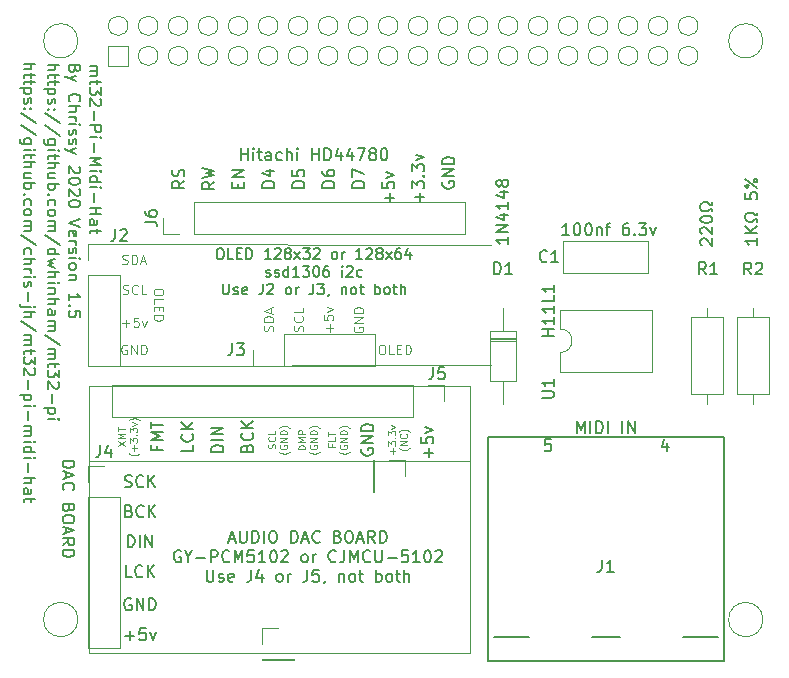
<source format=gbr>
G04 #@! TF.GenerationSoftware,KiCad,Pcbnew,(5.1.4-0-10_14)*
G04 #@! TF.CreationDate,2020-12-05T11:56:47+00:00*
G04 #@! TF.ProjectId,mt32-pi-midi-hat,6d743332-2d70-4692-9d6d-6964692d6861,rev?*
G04 #@! TF.SameCoordinates,Original*
G04 #@! TF.FileFunction,Legend,Top*
G04 #@! TF.FilePolarity,Positive*
%FSLAX46Y46*%
G04 Gerber Fmt 4.6, Leading zero omitted, Abs format (unit mm)*
G04 Created by KiCad (PCBNEW (5.1.4-0-10_14)) date 2020-12-05 11:56:47*
%MOMM*%
%LPD*%
G04 APERTURE LIST*
%ADD10C,0.120000*%
%ADD11C,0.150000*%
%ADD12C,0.100000*%
%ADD13C,0.140000*%
G04 APERTURE END LIST*
D10*
X127108000Y-103479523D02*
X127069904Y-103555714D01*
X127069904Y-103670000D01*
X127108000Y-103784285D01*
X127184190Y-103860476D01*
X127260380Y-103898571D01*
X127412761Y-103936666D01*
X127527047Y-103936666D01*
X127679428Y-103898571D01*
X127755619Y-103860476D01*
X127831809Y-103784285D01*
X127869904Y-103670000D01*
X127869904Y-103593809D01*
X127831809Y-103479523D01*
X127793714Y-103441428D01*
X127527047Y-103441428D01*
X127527047Y-103593809D01*
X127869904Y-103098571D02*
X127069904Y-103098571D01*
X127869904Y-102641428D01*
X127069904Y-102641428D01*
X127869904Y-102260476D02*
X127069904Y-102260476D01*
X127069904Y-102070000D01*
X127108000Y-101955714D01*
X127184190Y-101879523D01*
X127260380Y-101841428D01*
X127412761Y-101803333D01*
X127527047Y-101803333D01*
X127679428Y-101841428D01*
X127755619Y-101879523D01*
X127831809Y-101955714D01*
X127869904Y-102070000D01*
X127869904Y-102260476D01*
X125025142Y-103860476D02*
X125025142Y-103250952D01*
X125329904Y-103555714D02*
X124720380Y-103555714D01*
X124529904Y-102489047D02*
X124529904Y-102870000D01*
X124910857Y-102908095D01*
X124872761Y-102870000D01*
X124834666Y-102793809D01*
X124834666Y-102603333D01*
X124872761Y-102527142D01*
X124910857Y-102489047D01*
X124987047Y-102450952D01*
X125177523Y-102450952D01*
X125253714Y-102489047D01*
X125291809Y-102527142D01*
X125329904Y-102603333D01*
X125329904Y-102793809D01*
X125291809Y-102870000D01*
X125253714Y-102908095D01*
X124796571Y-102184285D02*
X125329904Y-101993809D01*
X124796571Y-101803333D01*
X122751809Y-103822380D02*
X122789904Y-103708095D01*
X122789904Y-103517619D01*
X122751809Y-103441428D01*
X122713714Y-103403333D01*
X122637523Y-103365238D01*
X122561333Y-103365238D01*
X122485142Y-103403333D01*
X122447047Y-103441428D01*
X122408952Y-103517619D01*
X122370857Y-103670000D01*
X122332761Y-103746190D01*
X122294666Y-103784285D01*
X122218476Y-103822380D01*
X122142285Y-103822380D01*
X122066095Y-103784285D01*
X122028000Y-103746190D01*
X121989904Y-103670000D01*
X121989904Y-103479523D01*
X122028000Y-103365238D01*
X122713714Y-102565238D02*
X122751809Y-102603333D01*
X122789904Y-102717619D01*
X122789904Y-102793809D01*
X122751809Y-102908095D01*
X122675619Y-102984285D01*
X122599428Y-103022380D01*
X122447047Y-103060476D01*
X122332761Y-103060476D01*
X122180380Y-103022380D01*
X122104190Y-102984285D01*
X122028000Y-102908095D01*
X121989904Y-102793809D01*
X121989904Y-102717619D01*
X122028000Y-102603333D01*
X122066095Y-102565238D01*
X122789904Y-101841428D02*
X122789904Y-102222380D01*
X121989904Y-102222380D01*
X120211809Y-103841428D02*
X120249904Y-103727142D01*
X120249904Y-103536666D01*
X120211809Y-103460476D01*
X120173714Y-103422380D01*
X120097523Y-103384285D01*
X120021333Y-103384285D01*
X119945142Y-103422380D01*
X119907047Y-103460476D01*
X119868952Y-103536666D01*
X119830857Y-103689047D01*
X119792761Y-103765238D01*
X119754666Y-103803333D01*
X119678476Y-103841428D01*
X119602285Y-103841428D01*
X119526095Y-103803333D01*
X119488000Y-103765238D01*
X119449904Y-103689047D01*
X119449904Y-103498571D01*
X119488000Y-103384285D01*
X120249904Y-103041428D02*
X119449904Y-103041428D01*
X119449904Y-102850952D01*
X119488000Y-102736666D01*
X119564190Y-102660476D01*
X119640380Y-102622380D01*
X119792761Y-102584285D01*
X119907047Y-102584285D01*
X120059428Y-102622380D01*
X120135619Y-102660476D01*
X120211809Y-102736666D01*
X120249904Y-102850952D01*
X120249904Y-103041428D01*
X120021333Y-102279523D02*
X120021333Y-101898571D01*
X120249904Y-102355714D02*
X119449904Y-102089047D01*
X120249904Y-101822380D01*
D11*
X99115619Y-81223809D02*
X100115619Y-81223809D01*
X99115619Y-81652380D02*
X99639428Y-81652380D01*
X99734666Y-81604761D01*
X99782285Y-81509523D01*
X99782285Y-81366666D01*
X99734666Y-81271428D01*
X99687047Y-81223809D01*
X99782285Y-81985714D02*
X99782285Y-82366666D01*
X100115619Y-82128571D02*
X99258476Y-82128571D01*
X99163238Y-82176190D01*
X99115619Y-82271428D01*
X99115619Y-82366666D01*
X99782285Y-82557142D02*
X99782285Y-82938095D01*
X100115619Y-82700000D02*
X99258476Y-82700000D01*
X99163238Y-82747619D01*
X99115619Y-82842857D01*
X99115619Y-82938095D01*
X99782285Y-83271428D02*
X98782285Y-83271428D01*
X99734666Y-83271428D02*
X99782285Y-83366666D01*
X99782285Y-83557142D01*
X99734666Y-83652380D01*
X99687047Y-83700000D01*
X99591809Y-83747619D01*
X99306095Y-83747619D01*
X99210857Y-83700000D01*
X99163238Y-83652380D01*
X99115619Y-83557142D01*
X99115619Y-83366666D01*
X99163238Y-83271428D01*
X99163238Y-84128571D02*
X99115619Y-84223809D01*
X99115619Y-84414285D01*
X99163238Y-84509523D01*
X99258476Y-84557142D01*
X99306095Y-84557142D01*
X99401333Y-84509523D01*
X99448952Y-84414285D01*
X99448952Y-84271428D01*
X99496571Y-84176190D01*
X99591809Y-84128571D01*
X99639428Y-84128571D01*
X99734666Y-84176190D01*
X99782285Y-84271428D01*
X99782285Y-84414285D01*
X99734666Y-84509523D01*
X99210857Y-84985714D02*
X99163238Y-85033333D01*
X99115619Y-84985714D01*
X99163238Y-84938095D01*
X99210857Y-84985714D01*
X99115619Y-84985714D01*
X99734666Y-84985714D02*
X99687047Y-85033333D01*
X99639428Y-84985714D01*
X99687047Y-84938095D01*
X99734666Y-84985714D01*
X99639428Y-84985714D01*
X100163238Y-86176190D02*
X98877523Y-85319047D01*
X100163238Y-87223809D02*
X98877523Y-86366666D01*
X99782285Y-87985714D02*
X98972761Y-87985714D01*
X98877523Y-87938095D01*
X98829904Y-87890476D01*
X98782285Y-87795238D01*
X98782285Y-87652380D01*
X98829904Y-87557142D01*
X99163238Y-87985714D02*
X99115619Y-87890476D01*
X99115619Y-87700000D01*
X99163238Y-87604761D01*
X99210857Y-87557142D01*
X99306095Y-87509523D01*
X99591809Y-87509523D01*
X99687047Y-87557142D01*
X99734666Y-87604761D01*
X99782285Y-87700000D01*
X99782285Y-87890476D01*
X99734666Y-87985714D01*
X99115619Y-88461904D02*
X99782285Y-88461904D01*
X100115619Y-88461904D02*
X100068000Y-88414285D01*
X100020380Y-88461904D01*
X100068000Y-88509523D01*
X100115619Y-88461904D01*
X100020380Y-88461904D01*
X99782285Y-88795238D02*
X99782285Y-89176190D01*
X100115619Y-88938095D02*
X99258476Y-88938095D01*
X99163238Y-88985714D01*
X99115619Y-89080952D01*
X99115619Y-89176190D01*
X99115619Y-89509523D02*
X100115619Y-89509523D01*
X99115619Y-89938095D02*
X99639428Y-89938095D01*
X99734666Y-89890476D01*
X99782285Y-89795238D01*
X99782285Y-89652380D01*
X99734666Y-89557142D01*
X99687047Y-89509523D01*
X99782285Y-90842857D02*
X99115619Y-90842857D01*
X99782285Y-90414285D02*
X99258476Y-90414285D01*
X99163238Y-90461904D01*
X99115619Y-90557142D01*
X99115619Y-90700000D01*
X99163238Y-90795238D01*
X99210857Y-90842857D01*
X99115619Y-91319047D02*
X100115619Y-91319047D01*
X99734666Y-91319047D02*
X99782285Y-91414285D01*
X99782285Y-91604761D01*
X99734666Y-91700000D01*
X99687047Y-91747619D01*
X99591809Y-91795238D01*
X99306095Y-91795238D01*
X99210857Y-91747619D01*
X99163238Y-91700000D01*
X99115619Y-91604761D01*
X99115619Y-91414285D01*
X99163238Y-91319047D01*
X99210857Y-92223809D02*
X99163238Y-92271428D01*
X99115619Y-92223809D01*
X99163238Y-92176190D01*
X99210857Y-92223809D01*
X99115619Y-92223809D01*
X99163238Y-93128571D02*
X99115619Y-93033333D01*
X99115619Y-92842857D01*
X99163238Y-92747619D01*
X99210857Y-92700000D01*
X99306095Y-92652380D01*
X99591809Y-92652380D01*
X99687047Y-92700000D01*
X99734666Y-92747619D01*
X99782285Y-92842857D01*
X99782285Y-93033333D01*
X99734666Y-93128571D01*
X99115619Y-93700000D02*
X99163238Y-93604761D01*
X99210857Y-93557142D01*
X99306095Y-93509523D01*
X99591809Y-93509523D01*
X99687047Y-93557142D01*
X99734666Y-93604761D01*
X99782285Y-93700000D01*
X99782285Y-93842857D01*
X99734666Y-93938095D01*
X99687047Y-93985714D01*
X99591809Y-94033333D01*
X99306095Y-94033333D01*
X99210857Y-93985714D01*
X99163238Y-93938095D01*
X99115619Y-93842857D01*
X99115619Y-93700000D01*
X99115619Y-94461904D02*
X99782285Y-94461904D01*
X99687047Y-94461904D02*
X99734666Y-94509523D01*
X99782285Y-94604761D01*
X99782285Y-94747619D01*
X99734666Y-94842857D01*
X99639428Y-94890476D01*
X99115619Y-94890476D01*
X99639428Y-94890476D02*
X99734666Y-94938095D01*
X99782285Y-95033333D01*
X99782285Y-95176190D01*
X99734666Y-95271428D01*
X99639428Y-95319047D01*
X99115619Y-95319047D01*
X100163238Y-96509523D02*
X98877523Y-95652380D01*
X99163238Y-97271428D02*
X99115619Y-97176190D01*
X99115619Y-96985714D01*
X99163238Y-96890476D01*
X99210857Y-96842857D01*
X99306095Y-96795238D01*
X99591809Y-96795238D01*
X99687047Y-96842857D01*
X99734666Y-96890476D01*
X99782285Y-96985714D01*
X99782285Y-97176190D01*
X99734666Y-97271428D01*
X99115619Y-97700000D02*
X100115619Y-97700000D01*
X99115619Y-98128571D02*
X99639428Y-98128571D01*
X99734666Y-98080952D01*
X99782285Y-97985714D01*
X99782285Y-97842857D01*
X99734666Y-97747619D01*
X99687047Y-97700000D01*
X99115619Y-98604761D02*
X99782285Y-98604761D01*
X99591809Y-98604761D02*
X99687047Y-98652380D01*
X99734666Y-98700000D01*
X99782285Y-98795238D01*
X99782285Y-98890476D01*
X99115619Y-99223809D02*
X99782285Y-99223809D01*
X100115619Y-99223809D02*
X100068000Y-99176190D01*
X100020380Y-99223809D01*
X100068000Y-99271428D01*
X100115619Y-99223809D01*
X100020380Y-99223809D01*
X99163238Y-99652380D02*
X99115619Y-99747619D01*
X99115619Y-99938095D01*
X99163238Y-100033333D01*
X99258476Y-100080952D01*
X99306095Y-100080952D01*
X99401333Y-100033333D01*
X99448952Y-99938095D01*
X99448952Y-99795238D01*
X99496571Y-99700000D01*
X99591809Y-99652380D01*
X99639428Y-99652380D01*
X99734666Y-99700000D01*
X99782285Y-99795238D01*
X99782285Y-99938095D01*
X99734666Y-100033333D01*
X99496571Y-100509523D02*
X99496571Y-101271428D01*
X99782285Y-101747619D02*
X98925142Y-101747619D01*
X98829904Y-101700000D01*
X98782285Y-101604761D01*
X98782285Y-101557142D01*
X100115619Y-101747619D02*
X100068000Y-101700000D01*
X100020380Y-101747619D01*
X100068000Y-101795238D01*
X100115619Y-101747619D01*
X100020380Y-101747619D01*
X99115619Y-102223809D02*
X100115619Y-102223809D01*
X99115619Y-102652380D02*
X99639428Y-102652380D01*
X99734666Y-102604761D01*
X99782285Y-102509523D01*
X99782285Y-102366666D01*
X99734666Y-102271428D01*
X99687047Y-102223809D01*
X100163238Y-103842857D02*
X98877523Y-102985714D01*
X99115619Y-104176190D02*
X99782285Y-104176190D01*
X99687047Y-104176190D02*
X99734666Y-104223809D01*
X99782285Y-104319047D01*
X99782285Y-104461904D01*
X99734666Y-104557142D01*
X99639428Y-104604761D01*
X99115619Y-104604761D01*
X99639428Y-104604761D02*
X99734666Y-104652380D01*
X99782285Y-104747619D01*
X99782285Y-104890476D01*
X99734666Y-104985714D01*
X99639428Y-105033333D01*
X99115619Y-105033333D01*
X99782285Y-105366666D02*
X99782285Y-105747619D01*
X100115619Y-105509523D02*
X99258476Y-105509523D01*
X99163238Y-105557142D01*
X99115619Y-105652380D01*
X99115619Y-105747619D01*
X100115619Y-105985714D02*
X100115619Y-106604761D01*
X99734666Y-106271428D01*
X99734666Y-106414285D01*
X99687047Y-106509523D01*
X99639428Y-106557142D01*
X99544190Y-106604761D01*
X99306095Y-106604761D01*
X99210857Y-106557142D01*
X99163238Y-106509523D01*
X99115619Y-106414285D01*
X99115619Y-106128571D01*
X99163238Y-106033333D01*
X99210857Y-105985714D01*
X100020380Y-106985714D02*
X100068000Y-107033333D01*
X100115619Y-107128571D01*
X100115619Y-107366666D01*
X100068000Y-107461904D01*
X100020380Y-107509523D01*
X99925142Y-107557142D01*
X99829904Y-107557142D01*
X99687047Y-107509523D01*
X99115619Y-106938095D01*
X99115619Y-107557142D01*
X99496571Y-107985714D02*
X99496571Y-108747619D01*
X99782285Y-109223809D02*
X98782285Y-109223809D01*
X99734666Y-109223809D02*
X99782285Y-109319047D01*
X99782285Y-109509523D01*
X99734666Y-109604761D01*
X99687047Y-109652380D01*
X99591809Y-109700000D01*
X99306095Y-109700000D01*
X99210857Y-109652380D01*
X99163238Y-109604761D01*
X99115619Y-109509523D01*
X99115619Y-109319047D01*
X99163238Y-109223809D01*
X99115619Y-110128571D02*
X99782285Y-110128571D01*
X100115619Y-110128571D02*
X100068000Y-110080952D01*
X100020380Y-110128571D01*
X100068000Y-110176190D01*
X100115619Y-110128571D01*
X100020380Y-110128571D01*
X99496571Y-110604761D02*
X99496571Y-111366666D01*
X99115619Y-111842857D02*
X99782285Y-111842857D01*
X99687047Y-111842857D02*
X99734666Y-111890476D01*
X99782285Y-111985714D01*
X99782285Y-112128571D01*
X99734666Y-112223809D01*
X99639428Y-112271428D01*
X99115619Y-112271428D01*
X99639428Y-112271428D02*
X99734666Y-112319047D01*
X99782285Y-112414285D01*
X99782285Y-112557142D01*
X99734666Y-112652380D01*
X99639428Y-112700000D01*
X99115619Y-112700000D01*
X99115619Y-113176190D02*
X99782285Y-113176190D01*
X100115619Y-113176190D02*
X100068000Y-113128571D01*
X100020380Y-113176190D01*
X100068000Y-113223809D01*
X100115619Y-113176190D01*
X100020380Y-113176190D01*
X99115619Y-114080952D02*
X100115619Y-114080952D01*
X99163238Y-114080952D02*
X99115619Y-113985714D01*
X99115619Y-113795238D01*
X99163238Y-113700000D01*
X99210857Y-113652380D01*
X99306095Y-113604761D01*
X99591809Y-113604761D01*
X99687047Y-113652380D01*
X99734666Y-113700000D01*
X99782285Y-113795238D01*
X99782285Y-113985714D01*
X99734666Y-114080952D01*
X99115619Y-114557142D02*
X99782285Y-114557142D01*
X100115619Y-114557142D02*
X100068000Y-114509523D01*
X100020380Y-114557142D01*
X100068000Y-114604761D01*
X100115619Y-114557142D01*
X100020380Y-114557142D01*
X99496571Y-115033333D02*
X99496571Y-115795238D01*
X99115619Y-116271428D02*
X100115619Y-116271428D01*
X99115619Y-116700000D02*
X99639428Y-116700000D01*
X99734666Y-116652380D01*
X99782285Y-116557142D01*
X99782285Y-116414285D01*
X99734666Y-116319047D01*
X99687047Y-116271428D01*
X99115619Y-117604761D02*
X99639428Y-117604761D01*
X99734666Y-117557142D01*
X99782285Y-117461904D01*
X99782285Y-117271428D01*
X99734666Y-117176190D01*
X99163238Y-117604761D02*
X99115619Y-117509523D01*
X99115619Y-117271428D01*
X99163238Y-117176190D01*
X99258476Y-117128571D01*
X99353714Y-117128571D01*
X99448952Y-117176190D01*
X99496571Y-117271428D01*
X99496571Y-117509523D01*
X99544190Y-117604761D01*
X99782285Y-117938095D02*
X99782285Y-118319047D01*
X100115619Y-118080952D02*
X99258476Y-118080952D01*
X99163238Y-118128571D01*
X99115619Y-118223809D01*
X99115619Y-118319047D01*
D12*
X107121428Y-113547428D02*
X107721428Y-113147428D01*
X107121428Y-113147428D02*
X107721428Y-113547428D01*
X107721428Y-112918857D02*
X107121428Y-112918857D01*
X107550000Y-112718857D01*
X107121428Y-112518857D01*
X107721428Y-112518857D01*
X107121428Y-112318857D02*
X107121428Y-111976000D01*
X107721428Y-112147428D02*
X107121428Y-112147428D01*
X108950000Y-114176000D02*
X108921428Y-114204571D01*
X108835714Y-114261714D01*
X108778571Y-114290285D01*
X108692857Y-114318857D01*
X108550000Y-114347428D01*
X108435714Y-114347428D01*
X108292857Y-114318857D01*
X108207142Y-114290285D01*
X108150000Y-114261714D01*
X108064285Y-114204571D01*
X108035714Y-114176000D01*
X108492857Y-113947428D02*
X108492857Y-113490285D01*
X108721428Y-113718857D02*
X108264285Y-113718857D01*
X108121428Y-113261714D02*
X108121428Y-112890285D01*
X108350000Y-113090285D01*
X108350000Y-113004571D01*
X108378571Y-112947428D01*
X108407142Y-112918857D01*
X108464285Y-112890285D01*
X108607142Y-112890285D01*
X108664285Y-112918857D01*
X108692857Y-112947428D01*
X108721428Y-113004571D01*
X108721428Y-113176000D01*
X108692857Y-113233142D01*
X108664285Y-113261714D01*
X108664285Y-112633142D02*
X108692857Y-112604571D01*
X108721428Y-112633142D01*
X108692857Y-112661714D01*
X108664285Y-112633142D01*
X108721428Y-112633142D01*
X108121428Y-112404571D02*
X108121428Y-112033142D01*
X108350000Y-112233142D01*
X108350000Y-112147428D01*
X108378571Y-112090285D01*
X108407142Y-112061714D01*
X108464285Y-112033142D01*
X108607142Y-112033142D01*
X108664285Y-112061714D01*
X108692857Y-112090285D01*
X108721428Y-112147428D01*
X108721428Y-112318857D01*
X108692857Y-112376000D01*
X108664285Y-112404571D01*
X108321428Y-111833142D02*
X108721428Y-111690285D01*
X108321428Y-111547428D01*
X108950000Y-111376000D02*
X108921428Y-111347428D01*
X108835714Y-111290285D01*
X108778571Y-111261714D01*
X108692857Y-111233142D01*
X108550000Y-111204571D01*
X108435714Y-111204571D01*
X108292857Y-111233142D01*
X108207142Y-111261714D01*
X108150000Y-111290285D01*
X108064285Y-111347428D01*
X108035714Y-111376000D01*
X120392857Y-113744285D02*
X120421428Y-113658571D01*
X120421428Y-113515714D01*
X120392857Y-113458571D01*
X120364285Y-113430000D01*
X120307142Y-113401428D01*
X120250000Y-113401428D01*
X120192857Y-113430000D01*
X120164285Y-113458571D01*
X120135714Y-113515714D01*
X120107142Y-113630000D01*
X120078571Y-113687142D01*
X120050000Y-113715714D01*
X119992857Y-113744285D01*
X119935714Y-113744285D01*
X119878571Y-113715714D01*
X119850000Y-113687142D01*
X119821428Y-113630000D01*
X119821428Y-113487142D01*
X119850000Y-113401428D01*
X120364285Y-112801428D02*
X120392857Y-112830000D01*
X120421428Y-112915714D01*
X120421428Y-112972857D01*
X120392857Y-113058571D01*
X120335714Y-113115714D01*
X120278571Y-113144285D01*
X120164285Y-113172857D01*
X120078571Y-113172857D01*
X119964285Y-113144285D01*
X119907142Y-113115714D01*
X119850000Y-113058571D01*
X119821428Y-112972857D01*
X119821428Y-112915714D01*
X119850000Y-112830000D01*
X119878571Y-112801428D01*
X120421428Y-112258571D02*
X120421428Y-112544285D01*
X119821428Y-112544285D01*
X121650000Y-114030000D02*
X121621428Y-114058571D01*
X121535714Y-114115714D01*
X121478571Y-114144285D01*
X121392857Y-114172857D01*
X121250000Y-114201428D01*
X121135714Y-114201428D01*
X120992857Y-114172857D01*
X120907142Y-114144285D01*
X120850000Y-114115714D01*
X120764285Y-114058571D01*
X120735714Y-114030000D01*
X120850000Y-113487142D02*
X120821428Y-113544285D01*
X120821428Y-113630000D01*
X120850000Y-113715714D01*
X120907142Y-113772857D01*
X120964285Y-113801428D01*
X121078571Y-113830000D01*
X121164285Y-113830000D01*
X121278571Y-113801428D01*
X121335714Y-113772857D01*
X121392857Y-113715714D01*
X121421428Y-113630000D01*
X121421428Y-113572857D01*
X121392857Y-113487142D01*
X121364285Y-113458571D01*
X121164285Y-113458571D01*
X121164285Y-113572857D01*
X121421428Y-113201428D02*
X120821428Y-113201428D01*
X121421428Y-112858571D01*
X120821428Y-112858571D01*
X121421428Y-112572857D02*
X120821428Y-112572857D01*
X120821428Y-112430000D01*
X120850000Y-112344285D01*
X120907142Y-112287142D01*
X120964285Y-112258571D01*
X121078571Y-112230000D01*
X121164285Y-112230000D01*
X121278571Y-112258571D01*
X121335714Y-112287142D01*
X121392857Y-112344285D01*
X121421428Y-112430000D01*
X121421428Y-112572857D01*
X121650000Y-112030000D02*
X121621428Y-112001428D01*
X121535714Y-111944285D01*
X121478571Y-111915714D01*
X121392857Y-111887142D01*
X121250000Y-111858571D01*
X121135714Y-111858571D01*
X120992857Y-111887142D01*
X120907142Y-111915714D01*
X120850000Y-111944285D01*
X120764285Y-112001428D01*
X120735714Y-112030000D01*
X122961428Y-113830000D02*
X122361428Y-113830000D01*
X122361428Y-113687142D01*
X122390000Y-113601428D01*
X122447142Y-113544285D01*
X122504285Y-113515714D01*
X122618571Y-113487142D01*
X122704285Y-113487142D01*
X122818571Y-113515714D01*
X122875714Y-113544285D01*
X122932857Y-113601428D01*
X122961428Y-113687142D01*
X122961428Y-113830000D01*
X122961428Y-113230000D02*
X122361428Y-113230000D01*
X122790000Y-113030000D01*
X122361428Y-112830000D01*
X122961428Y-112830000D01*
X122961428Y-112544285D02*
X122361428Y-112544285D01*
X122361428Y-112315714D01*
X122390000Y-112258571D01*
X122418571Y-112230000D01*
X122475714Y-112201428D01*
X122561428Y-112201428D01*
X122618571Y-112230000D01*
X122647142Y-112258571D01*
X122675714Y-112315714D01*
X122675714Y-112544285D01*
X124190000Y-114030000D02*
X124161428Y-114058571D01*
X124075714Y-114115714D01*
X124018571Y-114144285D01*
X123932857Y-114172857D01*
X123790000Y-114201428D01*
X123675714Y-114201428D01*
X123532857Y-114172857D01*
X123447142Y-114144285D01*
X123390000Y-114115714D01*
X123304285Y-114058571D01*
X123275714Y-114030000D01*
X123390000Y-113487142D02*
X123361428Y-113544285D01*
X123361428Y-113630000D01*
X123390000Y-113715714D01*
X123447142Y-113772857D01*
X123504285Y-113801428D01*
X123618571Y-113830000D01*
X123704285Y-113830000D01*
X123818571Y-113801428D01*
X123875714Y-113772857D01*
X123932857Y-113715714D01*
X123961428Y-113630000D01*
X123961428Y-113572857D01*
X123932857Y-113487142D01*
X123904285Y-113458571D01*
X123704285Y-113458571D01*
X123704285Y-113572857D01*
X123961428Y-113201428D02*
X123361428Y-113201428D01*
X123961428Y-112858571D01*
X123361428Y-112858571D01*
X123961428Y-112572857D02*
X123361428Y-112572857D01*
X123361428Y-112430000D01*
X123390000Y-112344285D01*
X123447142Y-112287142D01*
X123504285Y-112258571D01*
X123618571Y-112230000D01*
X123704285Y-112230000D01*
X123818571Y-112258571D01*
X123875714Y-112287142D01*
X123932857Y-112344285D01*
X123961428Y-112430000D01*
X123961428Y-112572857D01*
X124190000Y-112030000D02*
X124161428Y-112001428D01*
X124075714Y-111944285D01*
X124018571Y-111915714D01*
X123932857Y-111887142D01*
X123790000Y-111858571D01*
X123675714Y-111858571D01*
X123532857Y-111887142D01*
X123447142Y-111915714D01*
X123390000Y-111944285D01*
X123304285Y-112001428D01*
X123275714Y-112030000D01*
X125187142Y-113415714D02*
X125187142Y-113615714D01*
X125501428Y-113615714D02*
X124901428Y-113615714D01*
X124901428Y-113330000D01*
X125501428Y-112815714D02*
X125501428Y-113101428D01*
X124901428Y-113101428D01*
X124901428Y-112701428D02*
X124901428Y-112358571D01*
X125501428Y-112530000D02*
X124901428Y-112530000D01*
X126730000Y-114030000D02*
X126701428Y-114058571D01*
X126615714Y-114115714D01*
X126558571Y-114144285D01*
X126472857Y-114172857D01*
X126330000Y-114201428D01*
X126215714Y-114201428D01*
X126072857Y-114172857D01*
X125987142Y-114144285D01*
X125930000Y-114115714D01*
X125844285Y-114058571D01*
X125815714Y-114030000D01*
X125930000Y-113487142D02*
X125901428Y-113544285D01*
X125901428Y-113630000D01*
X125930000Y-113715714D01*
X125987142Y-113772857D01*
X126044285Y-113801428D01*
X126158571Y-113830000D01*
X126244285Y-113830000D01*
X126358571Y-113801428D01*
X126415714Y-113772857D01*
X126472857Y-113715714D01*
X126501428Y-113630000D01*
X126501428Y-113572857D01*
X126472857Y-113487142D01*
X126444285Y-113458571D01*
X126244285Y-113458571D01*
X126244285Y-113572857D01*
X126501428Y-113201428D02*
X125901428Y-113201428D01*
X126501428Y-112858571D01*
X125901428Y-112858571D01*
X126501428Y-112572857D02*
X125901428Y-112572857D01*
X125901428Y-112430000D01*
X125930000Y-112344285D01*
X125987142Y-112287142D01*
X126044285Y-112258571D01*
X126158571Y-112230000D01*
X126244285Y-112230000D01*
X126358571Y-112258571D01*
X126415714Y-112287142D01*
X126472857Y-112344285D01*
X126501428Y-112430000D01*
X126501428Y-112572857D01*
X126730000Y-112030000D02*
X126701428Y-112001428D01*
X126615714Y-111944285D01*
X126558571Y-111915714D01*
X126472857Y-111887142D01*
X126330000Y-111858571D01*
X126215714Y-111858571D01*
X126072857Y-111887142D01*
X125987142Y-111915714D01*
X125930000Y-111944285D01*
X125844285Y-112001428D01*
X125815714Y-112030000D01*
X130352857Y-114201428D02*
X130352857Y-113744285D01*
X130581428Y-113972857D02*
X130124285Y-113972857D01*
X129981428Y-113515714D02*
X129981428Y-113144285D01*
X130210000Y-113344285D01*
X130210000Y-113258571D01*
X130238571Y-113201428D01*
X130267142Y-113172857D01*
X130324285Y-113144285D01*
X130467142Y-113144285D01*
X130524285Y-113172857D01*
X130552857Y-113201428D01*
X130581428Y-113258571D01*
X130581428Y-113430000D01*
X130552857Y-113487142D01*
X130524285Y-113515714D01*
X130524285Y-112887142D02*
X130552857Y-112858571D01*
X130581428Y-112887142D01*
X130552857Y-112915714D01*
X130524285Y-112887142D01*
X130581428Y-112887142D01*
X129981428Y-112658571D02*
X129981428Y-112287142D01*
X130210000Y-112487142D01*
X130210000Y-112401428D01*
X130238571Y-112344285D01*
X130267142Y-112315714D01*
X130324285Y-112287142D01*
X130467142Y-112287142D01*
X130524285Y-112315714D01*
X130552857Y-112344285D01*
X130581428Y-112401428D01*
X130581428Y-112572857D01*
X130552857Y-112630000D01*
X130524285Y-112658571D01*
X130181428Y-112087142D02*
X130581428Y-111944285D01*
X130181428Y-111801428D01*
X131810000Y-113730000D02*
X131781428Y-113758571D01*
X131695714Y-113815714D01*
X131638571Y-113844285D01*
X131552857Y-113872857D01*
X131410000Y-113901428D01*
X131295714Y-113901428D01*
X131152857Y-113872857D01*
X131067142Y-113844285D01*
X131010000Y-113815714D01*
X130924285Y-113758571D01*
X130895714Y-113730000D01*
X131581428Y-113501428D02*
X130981428Y-113501428D01*
X131581428Y-113158571D01*
X130981428Y-113158571D01*
X131524285Y-112530000D02*
X131552857Y-112558571D01*
X131581428Y-112644285D01*
X131581428Y-112701428D01*
X131552857Y-112787142D01*
X131495714Y-112844285D01*
X131438571Y-112872857D01*
X131324285Y-112901428D01*
X131238571Y-112901428D01*
X131124285Y-112872857D01*
X131067142Y-112844285D01*
X131010000Y-112787142D01*
X130981428Y-112701428D01*
X130981428Y-112644285D01*
X131010000Y-112558571D01*
X131038571Y-112530000D01*
X131810000Y-112330000D02*
X131781428Y-112301428D01*
X131695714Y-112244285D01*
X131638571Y-112215714D01*
X131552857Y-112187142D01*
X131410000Y-112158571D01*
X131295714Y-112158571D01*
X131152857Y-112187142D01*
X131067142Y-112215714D01*
X131010000Y-112244285D01*
X130924285Y-112301428D01*
X130895714Y-112330000D01*
D11*
X133421428Y-114522095D02*
X133421428Y-113760190D01*
X133802380Y-114141142D02*
X133040476Y-114141142D01*
X132802380Y-112807809D02*
X132802380Y-113284000D01*
X133278571Y-113331619D01*
X133230952Y-113284000D01*
X133183333Y-113188761D01*
X133183333Y-112950666D01*
X133230952Y-112855428D01*
X133278571Y-112807809D01*
X133373809Y-112760190D01*
X133611904Y-112760190D01*
X133707142Y-112807809D01*
X133754761Y-112855428D01*
X133802380Y-112950666D01*
X133802380Y-113188761D01*
X133754761Y-113284000D01*
X133707142Y-113331619D01*
X133135714Y-112426857D02*
X133802380Y-112188761D01*
X133135714Y-111950666D01*
X127770000Y-113791904D02*
X127722380Y-113887142D01*
X127722380Y-114030000D01*
X127770000Y-114172857D01*
X127865238Y-114268095D01*
X127960476Y-114315714D01*
X128150952Y-114363333D01*
X128293809Y-114363333D01*
X128484285Y-114315714D01*
X128579523Y-114268095D01*
X128674761Y-114172857D01*
X128722380Y-114030000D01*
X128722380Y-113934761D01*
X128674761Y-113791904D01*
X128627142Y-113744285D01*
X128293809Y-113744285D01*
X128293809Y-113934761D01*
X128722380Y-113315714D02*
X127722380Y-113315714D01*
X128722380Y-112744285D01*
X127722380Y-112744285D01*
X128722380Y-112268095D02*
X127722380Y-112268095D01*
X127722380Y-112030000D01*
X127770000Y-111887142D01*
X127865238Y-111791904D01*
X127960476Y-111744285D01*
X128150952Y-111696666D01*
X128293809Y-111696666D01*
X128484285Y-111744285D01*
X128579523Y-111791904D01*
X128674761Y-111887142D01*
X128722380Y-112030000D01*
X128722380Y-112268095D01*
X118038571Y-113704571D02*
X118086190Y-113561714D01*
X118133809Y-113514095D01*
X118229047Y-113466476D01*
X118371904Y-113466476D01*
X118467142Y-113514095D01*
X118514761Y-113561714D01*
X118562380Y-113656952D01*
X118562380Y-114037904D01*
X117562380Y-114037904D01*
X117562380Y-113704571D01*
X117610000Y-113609333D01*
X117657619Y-113561714D01*
X117752857Y-113514095D01*
X117848095Y-113514095D01*
X117943333Y-113561714D01*
X117990952Y-113609333D01*
X118038571Y-113704571D01*
X118038571Y-114037904D01*
X118467142Y-112466476D02*
X118514761Y-112514095D01*
X118562380Y-112656952D01*
X118562380Y-112752190D01*
X118514761Y-112895047D01*
X118419523Y-112990285D01*
X118324285Y-113037904D01*
X118133809Y-113085523D01*
X117990952Y-113085523D01*
X117800476Y-113037904D01*
X117705238Y-112990285D01*
X117610000Y-112895047D01*
X117562380Y-112752190D01*
X117562380Y-112656952D01*
X117610000Y-112514095D01*
X117657619Y-112466476D01*
X118562380Y-112037904D02*
X117562380Y-112037904D01*
X118562380Y-111466476D02*
X117990952Y-111895047D01*
X117562380Y-111466476D02*
X118133809Y-112037904D01*
X116022380Y-114053809D02*
X115022380Y-114053809D01*
X115022380Y-113815714D01*
X115070000Y-113672857D01*
X115165238Y-113577619D01*
X115260476Y-113530000D01*
X115450952Y-113482380D01*
X115593809Y-113482380D01*
X115784285Y-113530000D01*
X115879523Y-113577619D01*
X115974761Y-113672857D01*
X116022380Y-113815714D01*
X116022380Y-114053809D01*
X116022380Y-113053809D02*
X115022380Y-113053809D01*
X116022380Y-112577619D02*
X115022380Y-112577619D01*
X116022380Y-112006190D01*
X115022380Y-112006190D01*
X113482380Y-113466476D02*
X113482380Y-113942666D01*
X112482380Y-113942666D01*
X113387142Y-112561714D02*
X113434761Y-112609333D01*
X113482380Y-112752190D01*
X113482380Y-112847428D01*
X113434761Y-112990285D01*
X113339523Y-113085523D01*
X113244285Y-113133142D01*
X113053809Y-113180761D01*
X112910952Y-113180761D01*
X112720476Y-113133142D01*
X112625238Y-113085523D01*
X112530000Y-112990285D01*
X112482380Y-112847428D01*
X112482380Y-112752190D01*
X112530000Y-112609333D01*
X112577619Y-112561714D01*
X113482380Y-112133142D02*
X112482380Y-112133142D01*
X113482380Y-111561714D02*
X112910952Y-111990285D01*
X112482380Y-111561714D02*
X113053809Y-112133142D01*
X110418571Y-113585523D02*
X110418571Y-113918857D01*
X110942380Y-113918857D02*
X109942380Y-113918857D01*
X109942380Y-113442666D01*
X110942380Y-113061714D02*
X109942380Y-113061714D01*
X110656666Y-112728380D01*
X109942380Y-112395047D01*
X110942380Y-112395047D01*
X109942380Y-112061714D02*
X109942380Y-111490285D01*
X110942380Y-111776000D02*
X109942380Y-111776000D01*
X134628000Y-91185904D02*
X134580380Y-91281142D01*
X134580380Y-91424000D01*
X134628000Y-91566857D01*
X134723238Y-91662095D01*
X134818476Y-91709714D01*
X135008952Y-91757333D01*
X135151809Y-91757333D01*
X135342285Y-91709714D01*
X135437523Y-91662095D01*
X135532761Y-91566857D01*
X135580380Y-91424000D01*
X135580380Y-91328761D01*
X135532761Y-91185904D01*
X135485142Y-91138285D01*
X135151809Y-91138285D01*
X135151809Y-91328761D01*
X135580380Y-90709714D02*
X134580380Y-90709714D01*
X135580380Y-90138285D01*
X134580380Y-90138285D01*
X135580380Y-89662095D02*
X134580380Y-89662095D01*
X134580380Y-89424000D01*
X134628000Y-89281142D01*
X134723238Y-89185904D01*
X134818476Y-89138285D01*
X135008952Y-89090666D01*
X135151809Y-89090666D01*
X135342285Y-89138285D01*
X135437523Y-89185904D01*
X135532761Y-89281142D01*
X135580380Y-89424000D01*
X135580380Y-89662095D01*
X132659428Y-92884380D02*
X132659428Y-92122476D01*
X133040380Y-92503428D02*
X132278476Y-92503428D01*
X132040380Y-91741523D02*
X132040380Y-91122476D01*
X132421333Y-91455809D01*
X132421333Y-91312952D01*
X132468952Y-91217714D01*
X132516571Y-91170095D01*
X132611809Y-91122476D01*
X132849904Y-91122476D01*
X132945142Y-91170095D01*
X132992761Y-91217714D01*
X133040380Y-91312952D01*
X133040380Y-91598666D01*
X132992761Y-91693904D01*
X132945142Y-91741523D01*
X132945142Y-90693904D02*
X132992761Y-90646285D01*
X133040380Y-90693904D01*
X132992761Y-90741523D01*
X132945142Y-90693904D01*
X133040380Y-90693904D01*
X132040380Y-90312952D02*
X132040380Y-89693904D01*
X132421333Y-90027238D01*
X132421333Y-89884380D01*
X132468952Y-89789142D01*
X132516571Y-89741523D01*
X132611809Y-89693904D01*
X132849904Y-89693904D01*
X132945142Y-89741523D01*
X132992761Y-89789142D01*
X133040380Y-89884380D01*
X133040380Y-90170095D01*
X132992761Y-90265333D01*
X132945142Y-90312952D01*
X132373714Y-89360571D02*
X133040380Y-89122476D01*
X132373714Y-88884380D01*
X130119428Y-92932095D02*
X130119428Y-92170190D01*
X130500380Y-92551142D02*
X129738476Y-92551142D01*
X129500380Y-91217809D02*
X129500380Y-91694000D01*
X129976571Y-91741619D01*
X129928952Y-91694000D01*
X129881333Y-91598761D01*
X129881333Y-91360666D01*
X129928952Y-91265428D01*
X129976571Y-91217809D01*
X130071809Y-91170190D01*
X130309904Y-91170190D01*
X130405142Y-91217809D01*
X130452761Y-91265428D01*
X130500380Y-91360666D01*
X130500380Y-91598761D01*
X130452761Y-91694000D01*
X130405142Y-91741619D01*
X129833714Y-90836857D02*
X130500380Y-90598761D01*
X129833714Y-90360666D01*
X127960380Y-91670095D02*
X126960380Y-91670095D01*
X126960380Y-91432000D01*
X127008000Y-91289142D01*
X127103238Y-91193904D01*
X127198476Y-91146285D01*
X127388952Y-91098666D01*
X127531809Y-91098666D01*
X127722285Y-91146285D01*
X127817523Y-91193904D01*
X127912761Y-91289142D01*
X127960380Y-91432000D01*
X127960380Y-91670095D01*
X126960380Y-90765333D02*
X126960380Y-90098666D01*
X127960380Y-90527238D01*
X125420380Y-91670095D02*
X124420380Y-91670095D01*
X124420380Y-91432000D01*
X124468000Y-91289142D01*
X124563238Y-91193904D01*
X124658476Y-91146285D01*
X124848952Y-91098666D01*
X124991809Y-91098666D01*
X125182285Y-91146285D01*
X125277523Y-91193904D01*
X125372761Y-91289142D01*
X125420380Y-91432000D01*
X125420380Y-91670095D01*
X124420380Y-90241523D02*
X124420380Y-90432000D01*
X124468000Y-90527238D01*
X124515619Y-90574857D01*
X124658476Y-90670095D01*
X124848952Y-90717714D01*
X125229904Y-90717714D01*
X125325142Y-90670095D01*
X125372761Y-90622476D01*
X125420380Y-90527238D01*
X125420380Y-90336761D01*
X125372761Y-90241523D01*
X125325142Y-90193904D01*
X125229904Y-90146285D01*
X124991809Y-90146285D01*
X124896571Y-90193904D01*
X124848952Y-90241523D01*
X124801333Y-90336761D01*
X124801333Y-90527238D01*
X124848952Y-90622476D01*
X124896571Y-90670095D01*
X124991809Y-90717714D01*
X122880380Y-91670095D02*
X121880380Y-91670095D01*
X121880380Y-91432000D01*
X121928000Y-91289142D01*
X122023238Y-91193904D01*
X122118476Y-91146285D01*
X122308952Y-91098666D01*
X122451809Y-91098666D01*
X122642285Y-91146285D01*
X122737523Y-91193904D01*
X122832761Y-91289142D01*
X122880380Y-91432000D01*
X122880380Y-91670095D01*
X121880380Y-90193904D02*
X121880380Y-90670095D01*
X122356571Y-90717714D01*
X122308952Y-90670095D01*
X122261333Y-90574857D01*
X122261333Y-90336761D01*
X122308952Y-90241523D01*
X122356571Y-90193904D01*
X122451809Y-90146285D01*
X122689904Y-90146285D01*
X122785142Y-90193904D01*
X122832761Y-90241523D01*
X122880380Y-90336761D01*
X122880380Y-90574857D01*
X122832761Y-90670095D01*
X122785142Y-90717714D01*
X120340380Y-91670095D02*
X119340380Y-91670095D01*
X119340380Y-91432000D01*
X119388000Y-91289142D01*
X119483238Y-91193904D01*
X119578476Y-91146285D01*
X119768952Y-91098666D01*
X119911809Y-91098666D01*
X120102285Y-91146285D01*
X120197523Y-91193904D01*
X120292761Y-91289142D01*
X120340380Y-91432000D01*
X120340380Y-91670095D01*
X119673714Y-90241523D02*
X120340380Y-90241523D01*
X119292761Y-90479619D02*
X120007047Y-90717714D01*
X120007047Y-90098666D01*
X117276571Y-91670095D02*
X117276571Y-91336761D01*
X117800380Y-91193904D02*
X117800380Y-91670095D01*
X116800380Y-91670095D01*
X116800380Y-91193904D01*
X117800380Y-90765333D02*
X116800380Y-90765333D01*
X117800380Y-90193904D01*
X116800380Y-90193904D01*
X115260380Y-91193904D02*
X114784190Y-91527238D01*
X115260380Y-91765333D02*
X114260380Y-91765333D01*
X114260380Y-91384380D01*
X114308000Y-91289142D01*
X114355619Y-91241523D01*
X114450857Y-91193904D01*
X114593714Y-91193904D01*
X114688952Y-91241523D01*
X114736571Y-91289142D01*
X114784190Y-91384380D01*
X114784190Y-91765333D01*
X114260380Y-90860571D02*
X115260380Y-90622476D01*
X114546095Y-90432000D01*
X115260380Y-90241523D01*
X114260380Y-90003428D01*
X112720380Y-91098666D02*
X112244190Y-91432000D01*
X112720380Y-91670095D02*
X111720380Y-91670095D01*
X111720380Y-91289142D01*
X111768000Y-91193904D01*
X111815619Y-91146285D01*
X111910857Y-91098666D01*
X112053714Y-91098666D01*
X112148952Y-91146285D01*
X112196571Y-91193904D01*
X112244190Y-91289142D01*
X112244190Y-91670095D01*
X112672761Y-90717714D02*
X112720380Y-90574857D01*
X112720380Y-90336761D01*
X112672761Y-90241523D01*
X112625142Y-90193904D01*
X112529904Y-90146285D01*
X112434666Y-90146285D01*
X112339428Y-90193904D01*
X112291809Y-90241523D01*
X112244190Y-90336761D01*
X112196571Y-90527238D01*
X112148952Y-90622476D01*
X112101333Y-90670095D01*
X112006095Y-90717714D01*
X111910857Y-90717714D01*
X111815619Y-90670095D01*
X111768000Y-90622476D01*
X111720380Y-90527238D01*
X111720380Y-90289142D01*
X111768000Y-90146285D01*
D10*
X104648000Y-108458000D02*
X136906000Y-108458000D01*
D11*
X116523333Y-121452666D02*
X116999523Y-121452666D01*
X116428095Y-121738380D02*
X116761428Y-120738380D01*
X117094761Y-121738380D01*
X117428095Y-120738380D02*
X117428095Y-121547904D01*
X117475714Y-121643142D01*
X117523333Y-121690761D01*
X117618571Y-121738380D01*
X117809047Y-121738380D01*
X117904285Y-121690761D01*
X117951904Y-121643142D01*
X117999523Y-121547904D01*
X117999523Y-120738380D01*
X118475714Y-121738380D02*
X118475714Y-120738380D01*
X118713809Y-120738380D01*
X118856666Y-120786000D01*
X118951904Y-120881238D01*
X118999523Y-120976476D01*
X119047142Y-121166952D01*
X119047142Y-121309809D01*
X118999523Y-121500285D01*
X118951904Y-121595523D01*
X118856666Y-121690761D01*
X118713809Y-121738380D01*
X118475714Y-121738380D01*
X119475714Y-121738380D02*
X119475714Y-120738380D01*
X120142380Y-120738380D02*
X120332857Y-120738380D01*
X120428095Y-120786000D01*
X120523333Y-120881238D01*
X120570952Y-121071714D01*
X120570952Y-121405047D01*
X120523333Y-121595523D01*
X120428095Y-121690761D01*
X120332857Y-121738380D01*
X120142380Y-121738380D01*
X120047142Y-121690761D01*
X119951904Y-121595523D01*
X119904285Y-121405047D01*
X119904285Y-121071714D01*
X119951904Y-120881238D01*
X120047142Y-120786000D01*
X120142380Y-120738380D01*
X121761428Y-121738380D02*
X121761428Y-120738380D01*
X121999523Y-120738380D01*
X122142380Y-120786000D01*
X122237619Y-120881238D01*
X122285238Y-120976476D01*
X122332857Y-121166952D01*
X122332857Y-121309809D01*
X122285238Y-121500285D01*
X122237619Y-121595523D01*
X122142380Y-121690761D01*
X121999523Y-121738380D01*
X121761428Y-121738380D01*
X122713809Y-121452666D02*
X123190000Y-121452666D01*
X122618571Y-121738380D02*
X122951904Y-120738380D01*
X123285238Y-121738380D01*
X124190000Y-121643142D02*
X124142380Y-121690761D01*
X123999523Y-121738380D01*
X123904285Y-121738380D01*
X123761428Y-121690761D01*
X123666190Y-121595523D01*
X123618571Y-121500285D01*
X123570952Y-121309809D01*
X123570952Y-121166952D01*
X123618571Y-120976476D01*
X123666190Y-120881238D01*
X123761428Y-120786000D01*
X123904285Y-120738380D01*
X123999523Y-120738380D01*
X124142380Y-120786000D01*
X124190000Y-120833619D01*
X125713809Y-121214571D02*
X125856666Y-121262190D01*
X125904285Y-121309809D01*
X125951904Y-121405047D01*
X125951904Y-121547904D01*
X125904285Y-121643142D01*
X125856666Y-121690761D01*
X125761428Y-121738380D01*
X125380476Y-121738380D01*
X125380476Y-120738380D01*
X125713809Y-120738380D01*
X125809047Y-120786000D01*
X125856666Y-120833619D01*
X125904285Y-120928857D01*
X125904285Y-121024095D01*
X125856666Y-121119333D01*
X125809047Y-121166952D01*
X125713809Y-121214571D01*
X125380476Y-121214571D01*
X126570952Y-120738380D02*
X126761428Y-120738380D01*
X126856666Y-120786000D01*
X126951904Y-120881238D01*
X126999523Y-121071714D01*
X126999523Y-121405047D01*
X126951904Y-121595523D01*
X126856666Y-121690761D01*
X126761428Y-121738380D01*
X126570952Y-121738380D01*
X126475714Y-121690761D01*
X126380476Y-121595523D01*
X126332857Y-121405047D01*
X126332857Y-121071714D01*
X126380476Y-120881238D01*
X126475714Y-120786000D01*
X126570952Y-120738380D01*
X127380476Y-121452666D02*
X127856666Y-121452666D01*
X127285238Y-121738380D02*
X127618571Y-120738380D01*
X127951904Y-121738380D01*
X128856666Y-121738380D02*
X128523333Y-121262190D01*
X128285238Y-121738380D02*
X128285238Y-120738380D01*
X128666190Y-120738380D01*
X128761428Y-120786000D01*
X128809047Y-120833619D01*
X128856666Y-120928857D01*
X128856666Y-121071714D01*
X128809047Y-121166952D01*
X128761428Y-121214571D01*
X128666190Y-121262190D01*
X128285238Y-121262190D01*
X129285238Y-121738380D02*
X129285238Y-120738380D01*
X129523333Y-120738380D01*
X129666190Y-120786000D01*
X129761428Y-120881238D01*
X129809047Y-120976476D01*
X129856666Y-121166952D01*
X129856666Y-121309809D01*
X129809047Y-121500285D01*
X129761428Y-121595523D01*
X129666190Y-121690761D01*
X129523333Y-121738380D01*
X129285238Y-121738380D01*
X112404285Y-122436000D02*
X112309047Y-122388380D01*
X112166190Y-122388380D01*
X112023333Y-122436000D01*
X111928095Y-122531238D01*
X111880476Y-122626476D01*
X111832857Y-122816952D01*
X111832857Y-122959809D01*
X111880476Y-123150285D01*
X111928095Y-123245523D01*
X112023333Y-123340761D01*
X112166190Y-123388380D01*
X112261428Y-123388380D01*
X112404285Y-123340761D01*
X112451904Y-123293142D01*
X112451904Y-122959809D01*
X112261428Y-122959809D01*
X113070952Y-122912190D02*
X113070952Y-123388380D01*
X112737619Y-122388380D02*
X113070952Y-122912190D01*
X113404285Y-122388380D01*
X113737619Y-123007428D02*
X114499523Y-123007428D01*
X114975714Y-123388380D02*
X114975714Y-122388380D01*
X115356666Y-122388380D01*
X115451904Y-122436000D01*
X115499523Y-122483619D01*
X115547142Y-122578857D01*
X115547142Y-122721714D01*
X115499523Y-122816952D01*
X115451904Y-122864571D01*
X115356666Y-122912190D01*
X114975714Y-122912190D01*
X116547142Y-123293142D02*
X116499523Y-123340761D01*
X116356666Y-123388380D01*
X116261428Y-123388380D01*
X116118571Y-123340761D01*
X116023333Y-123245523D01*
X115975714Y-123150285D01*
X115928095Y-122959809D01*
X115928095Y-122816952D01*
X115975714Y-122626476D01*
X116023333Y-122531238D01*
X116118571Y-122436000D01*
X116261428Y-122388380D01*
X116356666Y-122388380D01*
X116499523Y-122436000D01*
X116547142Y-122483619D01*
X116975714Y-123388380D02*
X116975714Y-122388380D01*
X117309047Y-123102666D01*
X117642380Y-122388380D01*
X117642380Y-123388380D01*
X118594761Y-122388380D02*
X118118571Y-122388380D01*
X118070952Y-122864571D01*
X118118571Y-122816952D01*
X118213809Y-122769333D01*
X118451904Y-122769333D01*
X118547142Y-122816952D01*
X118594761Y-122864571D01*
X118642380Y-122959809D01*
X118642380Y-123197904D01*
X118594761Y-123293142D01*
X118547142Y-123340761D01*
X118451904Y-123388380D01*
X118213809Y-123388380D01*
X118118571Y-123340761D01*
X118070952Y-123293142D01*
X119594761Y-123388380D02*
X119023333Y-123388380D01*
X119309047Y-123388380D02*
X119309047Y-122388380D01*
X119213809Y-122531238D01*
X119118571Y-122626476D01*
X119023333Y-122674095D01*
X120213809Y-122388380D02*
X120309047Y-122388380D01*
X120404285Y-122436000D01*
X120451904Y-122483619D01*
X120499523Y-122578857D01*
X120547142Y-122769333D01*
X120547142Y-123007428D01*
X120499523Y-123197904D01*
X120451904Y-123293142D01*
X120404285Y-123340761D01*
X120309047Y-123388380D01*
X120213809Y-123388380D01*
X120118571Y-123340761D01*
X120070952Y-123293142D01*
X120023333Y-123197904D01*
X119975714Y-123007428D01*
X119975714Y-122769333D01*
X120023333Y-122578857D01*
X120070952Y-122483619D01*
X120118571Y-122436000D01*
X120213809Y-122388380D01*
X120928095Y-122483619D02*
X120975714Y-122436000D01*
X121070952Y-122388380D01*
X121309047Y-122388380D01*
X121404285Y-122436000D01*
X121451904Y-122483619D01*
X121499523Y-122578857D01*
X121499523Y-122674095D01*
X121451904Y-122816952D01*
X120880476Y-123388380D01*
X121499523Y-123388380D01*
X122832857Y-123388380D02*
X122737619Y-123340761D01*
X122690000Y-123293142D01*
X122642380Y-123197904D01*
X122642380Y-122912190D01*
X122690000Y-122816952D01*
X122737619Y-122769333D01*
X122832857Y-122721714D01*
X122975714Y-122721714D01*
X123070952Y-122769333D01*
X123118571Y-122816952D01*
X123166190Y-122912190D01*
X123166190Y-123197904D01*
X123118571Y-123293142D01*
X123070952Y-123340761D01*
X122975714Y-123388380D01*
X122832857Y-123388380D01*
X123594761Y-123388380D02*
X123594761Y-122721714D01*
X123594761Y-122912190D02*
X123642380Y-122816952D01*
X123690000Y-122769333D01*
X123785238Y-122721714D01*
X123880476Y-122721714D01*
X125547142Y-123293142D02*
X125499523Y-123340761D01*
X125356666Y-123388380D01*
X125261428Y-123388380D01*
X125118571Y-123340761D01*
X125023333Y-123245523D01*
X124975714Y-123150285D01*
X124928095Y-122959809D01*
X124928095Y-122816952D01*
X124975714Y-122626476D01*
X125023333Y-122531238D01*
X125118571Y-122436000D01*
X125261428Y-122388380D01*
X125356666Y-122388380D01*
X125499523Y-122436000D01*
X125547142Y-122483619D01*
X126261428Y-122388380D02*
X126261428Y-123102666D01*
X126213809Y-123245523D01*
X126118571Y-123340761D01*
X125975714Y-123388380D01*
X125880476Y-123388380D01*
X126737619Y-123388380D02*
X126737619Y-122388380D01*
X127070952Y-123102666D01*
X127404285Y-122388380D01*
X127404285Y-123388380D01*
X128451904Y-123293142D02*
X128404285Y-123340761D01*
X128261428Y-123388380D01*
X128166190Y-123388380D01*
X128023333Y-123340761D01*
X127928095Y-123245523D01*
X127880476Y-123150285D01*
X127832857Y-122959809D01*
X127832857Y-122816952D01*
X127880476Y-122626476D01*
X127928095Y-122531238D01*
X128023333Y-122436000D01*
X128166190Y-122388380D01*
X128261428Y-122388380D01*
X128404285Y-122436000D01*
X128451904Y-122483619D01*
X128880476Y-122388380D02*
X128880476Y-123197904D01*
X128928095Y-123293142D01*
X128975714Y-123340761D01*
X129070952Y-123388380D01*
X129261428Y-123388380D01*
X129356666Y-123340761D01*
X129404285Y-123293142D01*
X129451904Y-123197904D01*
X129451904Y-122388380D01*
X129928095Y-123007428D02*
X130690000Y-123007428D01*
X131642380Y-122388380D02*
X131166190Y-122388380D01*
X131118571Y-122864571D01*
X131166190Y-122816952D01*
X131261428Y-122769333D01*
X131499523Y-122769333D01*
X131594761Y-122816952D01*
X131642380Y-122864571D01*
X131690000Y-122959809D01*
X131690000Y-123197904D01*
X131642380Y-123293142D01*
X131594761Y-123340761D01*
X131499523Y-123388380D01*
X131261428Y-123388380D01*
X131166190Y-123340761D01*
X131118571Y-123293142D01*
X132642380Y-123388380D02*
X132070952Y-123388380D01*
X132356666Y-123388380D02*
X132356666Y-122388380D01*
X132261428Y-122531238D01*
X132166190Y-122626476D01*
X132070952Y-122674095D01*
X133261428Y-122388380D02*
X133356666Y-122388380D01*
X133451904Y-122436000D01*
X133499523Y-122483619D01*
X133547142Y-122578857D01*
X133594761Y-122769333D01*
X133594761Y-123007428D01*
X133547142Y-123197904D01*
X133499523Y-123293142D01*
X133451904Y-123340761D01*
X133356666Y-123388380D01*
X133261428Y-123388380D01*
X133166190Y-123340761D01*
X133118571Y-123293142D01*
X133070952Y-123197904D01*
X133023333Y-123007428D01*
X133023333Y-122769333D01*
X133070952Y-122578857D01*
X133118571Y-122483619D01*
X133166190Y-122436000D01*
X133261428Y-122388380D01*
X133975714Y-122483619D02*
X134023333Y-122436000D01*
X134118571Y-122388380D01*
X134356666Y-122388380D01*
X134451904Y-122436000D01*
X134499523Y-122483619D01*
X134547142Y-122578857D01*
X134547142Y-122674095D01*
X134499523Y-122816952D01*
X133928095Y-123388380D01*
X134547142Y-123388380D01*
X114618571Y-124038380D02*
X114618571Y-124847904D01*
X114666190Y-124943142D01*
X114713809Y-124990761D01*
X114809047Y-125038380D01*
X114999523Y-125038380D01*
X115094761Y-124990761D01*
X115142380Y-124943142D01*
X115190000Y-124847904D01*
X115190000Y-124038380D01*
X115618571Y-124990761D02*
X115713809Y-125038380D01*
X115904285Y-125038380D01*
X115999523Y-124990761D01*
X116047142Y-124895523D01*
X116047142Y-124847904D01*
X115999523Y-124752666D01*
X115904285Y-124705047D01*
X115761428Y-124705047D01*
X115666190Y-124657428D01*
X115618571Y-124562190D01*
X115618571Y-124514571D01*
X115666190Y-124419333D01*
X115761428Y-124371714D01*
X115904285Y-124371714D01*
X115999523Y-124419333D01*
X116856666Y-124990761D02*
X116761428Y-125038380D01*
X116570952Y-125038380D01*
X116475714Y-124990761D01*
X116428095Y-124895523D01*
X116428095Y-124514571D01*
X116475714Y-124419333D01*
X116570952Y-124371714D01*
X116761428Y-124371714D01*
X116856666Y-124419333D01*
X116904285Y-124514571D01*
X116904285Y-124609809D01*
X116428095Y-124705047D01*
X118380476Y-124038380D02*
X118380476Y-124752666D01*
X118332857Y-124895523D01*
X118237619Y-124990761D01*
X118094761Y-125038380D01*
X117999523Y-125038380D01*
X119285238Y-124371714D02*
X119285238Y-125038380D01*
X119047142Y-123990761D02*
X118809047Y-124705047D01*
X119428095Y-124705047D01*
X120713809Y-125038380D02*
X120618571Y-124990761D01*
X120570952Y-124943142D01*
X120523333Y-124847904D01*
X120523333Y-124562190D01*
X120570952Y-124466952D01*
X120618571Y-124419333D01*
X120713809Y-124371714D01*
X120856666Y-124371714D01*
X120951904Y-124419333D01*
X120999523Y-124466952D01*
X121047142Y-124562190D01*
X121047142Y-124847904D01*
X120999523Y-124943142D01*
X120951904Y-124990761D01*
X120856666Y-125038380D01*
X120713809Y-125038380D01*
X121475714Y-125038380D02*
X121475714Y-124371714D01*
X121475714Y-124562190D02*
X121523333Y-124466952D01*
X121570952Y-124419333D01*
X121666190Y-124371714D01*
X121761428Y-124371714D01*
X123142380Y-124038380D02*
X123142380Y-124752666D01*
X123094761Y-124895523D01*
X122999523Y-124990761D01*
X122856666Y-125038380D01*
X122761428Y-125038380D01*
X124094761Y-124038380D02*
X123618571Y-124038380D01*
X123570952Y-124514571D01*
X123618571Y-124466952D01*
X123713809Y-124419333D01*
X123951904Y-124419333D01*
X124047142Y-124466952D01*
X124094761Y-124514571D01*
X124142380Y-124609809D01*
X124142380Y-124847904D01*
X124094761Y-124943142D01*
X124047142Y-124990761D01*
X123951904Y-125038380D01*
X123713809Y-125038380D01*
X123618571Y-124990761D01*
X123570952Y-124943142D01*
X124618571Y-124990761D02*
X124618571Y-125038380D01*
X124570952Y-125133619D01*
X124523333Y-125181238D01*
X125809047Y-124371714D02*
X125809047Y-125038380D01*
X125809047Y-124466952D02*
X125856666Y-124419333D01*
X125951904Y-124371714D01*
X126094761Y-124371714D01*
X126190000Y-124419333D01*
X126237619Y-124514571D01*
X126237619Y-125038380D01*
X126856666Y-125038380D02*
X126761428Y-124990761D01*
X126713809Y-124943142D01*
X126666190Y-124847904D01*
X126666190Y-124562190D01*
X126713809Y-124466952D01*
X126761428Y-124419333D01*
X126856666Y-124371714D01*
X126999523Y-124371714D01*
X127094761Y-124419333D01*
X127142380Y-124466952D01*
X127190000Y-124562190D01*
X127190000Y-124847904D01*
X127142380Y-124943142D01*
X127094761Y-124990761D01*
X126999523Y-125038380D01*
X126856666Y-125038380D01*
X127475714Y-124371714D02*
X127856666Y-124371714D01*
X127618571Y-124038380D02*
X127618571Y-124895523D01*
X127666190Y-124990761D01*
X127761428Y-125038380D01*
X127856666Y-125038380D01*
X128951904Y-125038380D02*
X128951904Y-124038380D01*
X128951904Y-124419333D02*
X129047142Y-124371714D01*
X129237619Y-124371714D01*
X129332857Y-124419333D01*
X129380476Y-124466952D01*
X129428095Y-124562190D01*
X129428095Y-124847904D01*
X129380476Y-124943142D01*
X129332857Y-124990761D01*
X129237619Y-125038380D01*
X129047142Y-125038380D01*
X128951904Y-124990761D01*
X129999523Y-125038380D02*
X129904285Y-124990761D01*
X129856666Y-124943142D01*
X129809047Y-124847904D01*
X129809047Y-124562190D01*
X129856666Y-124466952D01*
X129904285Y-124419333D01*
X129999523Y-124371714D01*
X130142380Y-124371714D01*
X130237619Y-124419333D01*
X130285238Y-124466952D01*
X130332857Y-124562190D01*
X130332857Y-124847904D01*
X130285238Y-124943142D01*
X130237619Y-124990761D01*
X130142380Y-125038380D01*
X129999523Y-125038380D01*
X130618571Y-124371714D02*
X130999523Y-124371714D01*
X130761428Y-124038380D02*
X130761428Y-124895523D01*
X130809047Y-124990761D01*
X130904285Y-125038380D01*
X130999523Y-125038380D01*
X131332857Y-125038380D02*
X131332857Y-124038380D01*
X131761428Y-125038380D02*
X131761428Y-124514571D01*
X131713809Y-124419333D01*
X131618571Y-124371714D01*
X131475714Y-124371714D01*
X131380476Y-124419333D01*
X131332857Y-124466952D01*
D10*
X104648000Y-131064000D02*
X104648000Y-108458000D01*
X136906000Y-131064000D02*
X104648000Y-131064000D01*
X136906000Y-108458000D02*
X136906000Y-131064000D01*
X104648000Y-114808000D02*
X136906000Y-114808000D01*
D13*
X115662285Y-96823142D02*
X115833714Y-96823142D01*
X115919428Y-96866000D01*
X116005142Y-96951714D01*
X116048000Y-97123142D01*
X116048000Y-97423142D01*
X116005142Y-97594571D01*
X115919428Y-97680285D01*
X115833714Y-97723142D01*
X115662285Y-97723142D01*
X115576571Y-97680285D01*
X115490857Y-97594571D01*
X115448000Y-97423142D01*
X115448000Y-97123142D01*
X115490857Y-96951714D01*
X115576571Y-96866000D01*
X115662285Y-96823142D01*
X116862285Y-97723142D02*
X116433714Y-97723142D01*
X116433714Y-96823142D01*
X117162285Y-97251714D02*
X117462285Y-97251714D01*
X117590857Y-97723142D02*
X117162285Y-97723142D01*
X117162285Y-96823142D01*
X117590857Y-96823142D01*
X117976571Y-97723142D02*
X117976571Y-96823142D01*
X118190857Y-96823142D01*
X118319428Y-96866000D01*
X118405142Y-96951714D01*
X118448000Y-97037428D01*
X118490857Y-97208857D01*
X118490857Y-97337428D01*
X118448000Y-97508857D01*
X118405142Y-97594571D01*
X118319428Y-97680285D01*
X118190857Y-97723142D01*
X117976571Y-97723142D01*
X120033714Y-97723142D02*
X119519428Y-97723142D01*
X119776571Y-97723142D02*
X119776571Y-96823142D01*
X119690857Y-96951714D01*
X119605142Y-97037428D01*
X119519428Y-97080285D01*
X120376571Y-96908857D02*
X120419428Y-96866000D01*
X120505142Y-96823142D01*
X120719428Y-96823142D01*
X120805142Y-96866000D01*
X120848000Y-96908857D01*
X120890857Y-96994571D01*
X120890857Y-97080285D01*
X120848000Y-97208857D01*
X120333714Y-97723142D01*
X120890857Y-97723142D01*
X121405142Y-97208857D02*
X121319428Y-97166000D01*
X121276571Y-97123142D01*
X121233714Y-97037428D01*
X121233714Y-96994571D01*
X121276571Y-96908857D01*
X121319428Y-96866000D01*
X121405142Y-96823142D01*
X121576571Y-96823142D01*
X121662285Y-96866000D01*
X121705142Y-96908857D01*
X121748000Y-96994571D01*
X121748000Y-97037428D01*
X121705142Y-97123142D01*
X121662285Y-97166000D01*
X121576571Y-97208857D01*
X121405142Y-97208857D01*
X121319428Y-97251714D01*
X121276571Y-97294571D01*
X121233714Y-97380285D01*
X121233714Y-97551714D01*
X121276571Y-97637428D01*
X121319428Y-97680285D01*
X121405142Y-97723142D01*
X121576571Y-97723142D01*
X121662285Y-97680285D01*
X121705142Y-97637428D01*
X121748000Y-97551714D01*
X121748000Y-97380285D01*
X121705142Y-97294571D01*
X121662285Y-97251714D01*
X121576571Y-97208857D01*
X122048000Y-97723142D02*
X122519428Y-97123142D01*
X122048000Y-97123142D02*
X122519428Y-97723142D01*
X122776571Y-96823142D02*
X123333714Y-96823142D01*
X123033714Y-97166000D01*
X123162285Y-97166000D01*
X123248000Y-97208857D01*
X123290857Y-97251714D01*
X123333714Y-97337428D01*
X123333714Y-97551714D01*
X123290857Y-97637428D01*
X123248000Y-97680285D01*
X123162285Y-97723142D01*
X122905142Y-97723142D01*
X122819428Y-97680285D01*
X122776571Y-97637428D01*
X123676571Y-96908857D02*
X123719428Y-96866000D01*
X123805142Y-96823142D01*
X124019428Y-96823142D01*
X124105142Y-96866000D01*
X124148000Y-96908857D01*
X124190857Y-96994571D01*
X124190857Y-97080285D01*
X124148000Y-97208857D01*
X123633714Y-97723142D01*
X124190857Y-97723142D01*
X125390857Y-97723142D02*
X125305142Y-97680285D01*
X125262285Y-97637428D01*
X125219428Y-97551714D01*
X125219428Y-97294571D01*
X125262285Y-97208857D01*
X125305142Y-97166000D01*
X125390857Y-97123142D01*
X125519428Y-97123142D01*
X125605142Y-97166000D01*
X125648000Y-97208857D01*
X125690857Y-97294571D01*
X125690857Y-97551714D01*
X125648000Y-97637428D01*
X125605142Y-97680285D01*
X125519428Y-97723142D01*
X125390857Y-97723142D01*
X126076571Y-97723142D02*
X126076571Y-97123142D01*
X126076571Y-97294571D02*
X126119428Y-97208857D01*
X126162285Y-97166000D01*
X126248000Y-97123142D01*
X126333714Y-97123142D01*
X127790857Y-97723142D02*
X127276571Y-97723142D01*
X127533714Y-97723142D02*
X127533714Y-96823142D01*
X127448000Y-96951714D01*
X127362285Y-97037428D01*
X127276571Y-97080285D01*
X128133714Y-96908857D02*
X128176571Y-96866000D01*
X128262285Y-96823142D01*
X128476571Y-96823142D01*
X128562285Y-96866000D01*
X128605142Y-96908857D01*
X128648000Y-96994571D01*
X128648000Y-97080285D01*
X128605142Y-97208857D01*
X128090857Y-97723142D01*
X128648000Y-97723142D01*
X129162285Y-97208857D02*
X129076571Y-97166000D01*
X129033714Y-97123142D01*
X128990857Y-97037428D01*
X128990857Y-96994571D01*
X129033714Y-96908857D01*
X129076571Y-96866000D01*
X129162285Y-96823142D01*
X129333714Y-96823142D01*
X129419428Y-96866000D01*
X129462285Y-96908857D01*
X129505142Y-96994571D01*
X129505142Y-97037428D01*
X129462285Y-97123142D01*
X129419428Y-97166000D01*
X129333714Y-97208857D01*
X129162285Y-97208857D01*
X129076571Y-97251714D01*
X129033714Y-97294571D01*
X128990857Y-97380285D01*
X128990857Y-97551714D01*
X129033714Y-97637428D01*
X129076571Y-97680285D01*
X129162285Y-97723142D01*
X129333714Y-97723142D01*
X129419428Y-97680285D01*
X129462285Y-97637428D01*
X129505142Y-97551714D01*
X129505142Y-97380285D01*
X129462285Y-97294571D01*
X129419428Y-97251714D01*
X129333714Y-97208857D01*
X129805142Y-97723142D02*
X130276571Y-97123142D01*
X129805142Y-97123142D02*
X130276571Y-97723142D01*
X131005142Y-96823142D02*
X130833714Y-96823142D01*
X130748000Y-96866000D01*
X130705142Y-96908857D01*
X130619428Y-97037428D01*
X130576571Y-97208857D01*
X130576571Y-97551714D01*
X130619428Y-97637428D01*
X130662285Y-97680285D01*
X130748000Y-97723142D01*
X130919428Y-97723142D01*
X131005142Y-97680285D01*
X131048000Y-97637428D01*
X131090857Y-97551714D01*
X131090857Y-97337428D01*
X131048000Y-97251714D01*
X131005142Y-97208857D01*
X130919428Y-97166000D01*
X130748000Y-97166000D01*
X130662285Y-97208857D01*
X130619428Y-97251714D01*
X130576571Y-97337428D01*
X131862285Y-97123142D02*
X131862285Y-97723142D01*
X131648000Y-96780285D02*
X131433714Y-97423142D01*
X131990857Y-97423142D01*
X119648000Y-99170285D02*
X119733714Y-99213142D01*
X119905142Y-99213142D01*
X119990857Y-99170285D01*
X120033714Y-99084571D01*
X120033714Y-99041714D01*
X119990857Y-98956000D01*
X119905142Y-98913142D01*
X119776571Y-98913142D01*
X119690857Y-98870285D01*
X119648000Y-98784571D01*
X119648000Y-98741714D01*
X119690857Y-98656000D01*
X119776571Y-98613142D01*
X119905142Y-98613142D01*
X119990857Y-98656000D01*
X120376571Y-99170285D02*
X120462285Y-99213142D01*
X120633714Y-99213142D01*
X120719428Y-99170285D01*
X120762285Y-99084571D01*
X120762285Y-99041714D01*
X120719428Y-98956000D01*
X120633714Y-98913142D01*
X120505142Y-98913142D01*
X120419428Y-98870285D01*
X120376571Y-98784571D01*
X120376571Y-98741714D01*
X120419428Y-98656000D01*
X120505142Y-98613142D01*
X120633714Y-98613142D01*
X120719428Y-98656000D01*
X121533714Y-99213142D02*
X121533714Y-98313142D01*
X121533714Y-99170285D02*
X121448000Y-99213142D01*
X121276571Y-99213142D01*
X121190857Y-99170285D01*
X121148000Y-99127428D01*
X121105142Y-99041714D01*
X121105142Y-98784571D01*
X121148000Y-98698857D01*
X121190857Y-98656000D01*
X121276571Y-98613142D01*
X121448000Y-98613142D01*
X121533714Y-98656000D01*
X122433714Y-99213142D02*
X121919428Y-99213142D01*
X122176571Y-99213142D02*
X122176571Y-98313142D01*
X122090857Y-98441714D01*
X122005142Y-98527428D01*
X121919428Y-98570285D01*
X122733714Y-98313142D02*
X123290857Y-98313142D01*
X122990857Y-98656000D01*
X123119428Y-98656000D01*
X123205142Y-98698857D01*
X123248000Y-98741714D01*
X123290857Y-98827428D01*
X123290857Y-99041714D01*
X123248000Y-99127428D01*
X123205142Y-99170285D01*
X123119428Y-99213142D01*
X122862285Y-99213142D01*
X122776571Y-99170285D01*
X122733714Y-99127428D01*
X123848000Y-98313142D02*
X123933714Y-98313142D01*
X124019428Y-98356000D01*
X124062285Y-98398857D01*
X124105142Y-98484571D01*
X124148000Y-98656000D01*
X124148000Y-98870285D01*
X124105142Y-99041714D01*
X124062285Y-99127428D01*
X124019428Y-99170285D01*
X123933714Y-99213142D01*
X123848000Y-99213142D01*
X123762285Y-99170285D01*
X123719428Y-99127428D01*
X123676571Y-99041714D01*
X123633714Y-98870285D01*
X123633714Y-98656000D01*
X123676571Y-98484571D01*
X123719428Y-98398857D01*
X123762285Y-98356000D01*
X123848000Y-98313142D01*
X124919428Y-98313142D02*
X124748000Y-98313142D01*
X124662285Y-98356000D01*
X124619428Y-98398857D01*
X124533714Y-98527428D01*
X124490857Y-98698857D01*
X124490857Y-99041714D01*
X124533714Y-99127428D01*
X124576571Y-99170285D01*
X124662285Y-99213142D01*
X124833714Y-99213142D01*
X124919428Y-99170285D01*
X124962285Y-99127428D01*
X125005142Y-99041714D01*
X125005142Y-98827428D01*
X124962285Y-98741714D01*
X124919428Y-98698857D01*
X124833714Y-98656000D01*
X124662285Y-98656000D01*
X124576571Y-98698857D01*
X124533714Y-98741714D01*
X124490857Y-98827428D01*
X126076571Y-99213142D02*
X126076571Y-98613142D01*
X126076571Y-98313142D02*
X126033714Y-98356000D01*
X126076571Y-98398857D01*
X126119428Y-98356000D01*
X126076571Y-98313142D01*
X126076571Y-98398857D01*
X126462285Y-98398857D02*
X126505142Y-98356000D01*
X126590857Y-98313142D01*
X126805142Y-98313142D01*
X126890857Y-98356000D01*
X126933714Y-98398857D01*
X126976571Y-98484571D01*
X126976571Y-98570285D01*
X126933714Y-98698857D01*
X126419428Y-99213142D01*
X126976571Y-99213142D01*
X127748000Y-99170285D02*
X127662285Y-99213142D01*
X127490857Y-99213142D01*
X127405142Y-99170285D01*
X127362285Y-99127428D01*
X127319428Y-99041714D01*
X127319428Y-98784571D01*
X127362285Y-98698857D01*
X127405142Y-98656000D01*
X127490857Y-98613142D01*
X127662285Y-98613142D01*
X127748000Y-98656000D01*
X115983714Y-99803142D02*
X115983714Y-100531714D01*
X116026571Y-100617428D01*
X116069428Y-100660285D01*
X116155142Y-100703142D01*
X116326571Y-100703142D01*
X116412285Y-100660285D01*
X116455142Y-100617428D01*
X116498000Y-100531714D01*
X116498000Y-99803142D01*
X116883714Y-100660285D02*
X116969428Y-100703142D01*
X117140857Y-100703142D01*
X117226571Y-100660285D01*
X117269428Y-100574571D01*
X117269428Y-100531714D01*
X117226571Y-100446000D01*
X117140857Y-100403142D01*
X117012285Y-100403142D01*
X116926571Y-100360285D01*
X116883714Y-100274571D01*
X116883714Y-100231714D01*
X116926571Y-100146000D01*
X117012285Y-100103142D01*
X117140857Y-100103142D01*
X117226571Y-100146000D01*
X117998000Y-100660285D02*
X117912285Y-100703142D01*
X117740857Y-100703142D01*
X117655142Y-100660285D01*
X117612285Y-100574571D01*
X117612285Y-100231714D01*
X117655142Y-100146000D01*
X117740857Y-100103142D01*
X117912285Y-100103142D01*
X117998000Y-100146000D01*
X118040857Y-100231714D01*
X118040857Y-100317428D01*
X117612285Y-100403142D01*
X119369428Y-99803142D02*
X119369428Y-100446000D01*
X119326571Y-100574571D01*
X119240857Y-100660285D01*
X119112285Y-100703142D01*
X119026571Y-100703142D01*
X119755142Y-99888857D02*
X119798000Y-99846000D01*
X119883714Y-99803142D01*
X120098000Y-99803142D01*
X120183714Y-99846000D01*
X120226571Y-99888857D01*
X120269428Y-99974571D01*
X120269428Y-100060285D01*
X120226571Y-100188857D01*
X119712285Y-100703142D01*
X120269428Y-100703142D01*
X121469428Y-100703142D02*
X121383714Y-100660285D01*
X121340857Y-100617428D01*
X121298000Y-100531714D01*
X121298000Y-100274571D01*
X121340857Y-100188857D01*
X121383714Y-100146000D01*
X121469428Y-100103142D01*
X121598000Y-100103142D01*
X121683714Y-100146000D01*
X121726571Y-100188857D01*
X121769428Y-100274571D01*
X121769428Y-100531714D01*
X121726571Y-100617428D01*
X121683714Y-100660285D01*
X121598000Y-100703142D01*
X121469428Y-100703142D01*
X122155142Y-100703142D02*
X122155142Y-100103142D01*
X122155142Y-100274571D02*
X122198000Y-100188857D01*
X122240857Y-100146000D01*
X122326571Y-100103142D01*
X122412285Y-100103142D01*
X123655142Y-99803142D02*
X123655142Y-100446000D01*
X123612285Y-100574571D01*
X123526571Y-100660285D01*
X123398000Y-100703142D01*
X123312285Y-100703142D01*
X123998000Y-99803142D02*
X124555142Y-99803142D01*
X124255142Y-100146000D01*
X124383714Y-100146000D01*
X124469428Y-100188857D01*
X124512285Y-100231714D01*
X124555142Y-100317428D01*
X124555142Y-100531714D01*
X124512285Y-100617428D01*
X124469428Y-100660285D01*
X124383714Y-100703142D01*
X124126571Y-100703142D01*
X124040857Y-100660285D01*
X123998000Y-100617428D01*
X124983714Y-100660285D02*
X124983714Y-100703142D01*
X124940857Y-100788857D01*
X124898000Y-100831714D01*
X126055142Y-100103142D02*
X126055142Y-100703142D01*
X126055142Y-100188857D02*
X126098000Y-100146000D01*
X126183714Y-100103142D01*
X126312285Y-100103142D01*
X126398000Y-100146000D01*
X126440857Y-100231714D01*
X126440857Y-100703142D01*
X126998000Y-100703142D02*
X126912285Y-100660285D01*
X126869428Y-100617428D01*
X126826571Y-100531714D01*
X126826571Y-100274571D01*
X126869428Y-100188857D01*
X126912285Y-100146000D01*
X126998000Y-100103142D01*
X127126571Y-100103142D01*
X127212285Y-100146000D01*
X127255142Y-100188857D01*
X127298000Y-100274571D01*
X127298000Y-100531714D01*
X127255142Y-100617428D01*
X127212285Y-100660285D01*
X127126571Y-100703142D01*
X126998000Y-100703142D01*
X127555142Y-100103142D02*
X127898000Y-100103142D01*
X127683714Y-99803142D02*
X127683714Y-100574571D01*
X127726571Y-100660285D01*
X127812285Y-100703142D01*
X127898000Y-100703142D01*
X128883714Y-100703142D02*
X128883714Y-99803142D01*
X128883714Y-100146000D02*
X128969428Y-100103142D01*
X129140857Y-100103142D01*
X129226571Y-100146000D01*
X129269428Y-100188857D01*
X129312285Y-100274571D01*
X129312285Y-100531714D01*
X129269428Y-100617428D01*
X129226571Y-100660285D01*
X129140857Y-100703142D01*
X128969428Y-100703142D01*
X128883714Y-100660285D01*
X129826571Y-100703142D02*
X129740857Y-100660285D01*
X129698000Y-100617428D01*
X129655142Y-100531714D01*
X129655142Y-100274571D01*
X129698000Y-100188857D01*
X129740857Y-100146000D01*
X129826571Y-100103142D01*
X129955142Y-100103142D01*
X130040857Y-100146000D01*
X130083714Y-100188857D01*
X130126571Y-100274571D01*
X130126571Y-100531714D01*
X130083714Y-100617428D01*
X130040857Y-100660285D01*
X129955142Y-100703142D01*
X129826571Y-100703142D01*
X130383714Y-100103142D02*
X130726571Y-100103142D01*
X130512285Y-99803142D02*
X130512285Y-100574571D01*
X130555142Y-100660285D01*
X130640857Y-100703142D01*
X130726571Y-100703142D01*
X131026571Y-100703142D02*
X131026571Y-99803142D01*
X131412285Y-100703142D02*
X131412285Y-100231714D01*
X131369428Y-100146000D01*
X131283714Y-100103142D01*
X131155142Y-100103142D01*
X131069428Y-100146000D01*
X131026571Y-100188857D01*
D10*
X104588000Y-106740000D02*
X138684000Y-106680000D01*
X104588000Y-96460000D02*
X138684000Y-96520000D01*
D11*
X143748095Y-112990380D02*
X143271904Y-112990380D01*
X143224285Y-113466571D01*
X143271904Y-113418952D01*
X143367142Y-113371333D01*
X143605238Y-113371333D01*
X143700476Y-113418952D01*
X143748095Y-113466571D01*
X143795714Y-113561809D01*
X143795714Y-113799904D01*
X143748095Y-113895142D01*
X143700476Y-113942761D01*
X143605238Y-113990380D01*
X143367142Y-113990380D01*
X143271904Y-113942761D01*
X143224285Y-113895142D01*
X153606476Y-113323714D02*
X153606476Y-113990380D01*
X153368380Y-112942761D02*
X153130285Y-113657047D01*
X153749333Y-113657047D01*
D10*
X107848476Y-105010000D02*
X107772285Y-104971904D01*
X107658000Y-104971904D01*
X107543714Y-105010000D01*
X107467523Y-105086190D01*
X107429428Y-105162380D01*
X107391333Y-105314761D01*
X107391333Y-105429047D01*
X107429428Y-105581428D01*
X107467523Y-105657619D01*
X107543714Y-105733809D01*
X107658000Y-105771904D01*
X107734190Y-105771904D01*
X107848476Y-105733809D01*
X107886571Y-105695714D01*
X107886571Y-105429047D01*
X107734190Y-105429047D01*
X108229428Y-105771904D02*
X108229428Y-104971904D01*
X108686571Y-105771904D01*
X108686571Y-104971904D01*
X109067523Y-105771904D02*
X109067523Y-104971904D01*
X109258000Y-104971904D01*
X109372285Y-105010000D01*
X109448476Y-105086190D01*
X109486571Y-105162380D01*
X109524666Y-105314761D01*
X109524666Y-105429047D01*
X109486571Y-105581428D01*
X109448476Y-105657619D01*
X109372285Y-105733809D01*
X109258000Y-105771904D01*
X109067523Y-105771904D01*
X107467523Y-103181142D02*
X108077047Y-103181142D01*
X107772285Y-103485904D02*
X107772285Y-102876380D01*
X108838952Y-102685904D02*
X108458000Y-102685904D01*
X108419904Y-103066857D01*
X108458000Y-103028761D01*
X108534190Y-102990666D01*
X108724666Y-102990666D01*
X108800857Y-103028761D01*
X108838952Y-103066857D01*
X108877047Y-103143047D01*
X108877047Y-103333523D01*
X108838952Y-103409714D01*
X108800857Y-103447809D01*
X108724666Y-103485904D01*
X108534190Y-103485904D01*
X108458000Y-103447809D01*
X108419904Y-103409714D01*
X109143714Y-102952571D02*
X109334190Y-103485904D01*
X109524666Y-102952571D01*
X107505619Y-100653809D02*
X107619904Y-100691904D01*
X107810380Y-100691904D01*
X107886571Y-100653809D01*
X107924666Y-100615714D01*
X107962761Y-100539523D01*
X107962761Y-100463333D01*
X107924666Y-100387142D01*
X107886571Y-100349047D01*
X107810380Y-100310952D01*
X107658000Y-100272857D01*
X107581809Y-100234761D01*
X107543714Y-100196666D01*
X107505619Y-100120476D01*
X107505619Y-100044285D01*
X107543714Y-99968095D01*
X107581809Y-99930000D01*
X107658000Y-99891904D01*
X107848476Y-99891904D01*
X107962761Y-99930000D01*
X108762761Y-100615714D02*
X108724666Y-100653809D01*
X108610380Y-100691904D01*
X108534190Y-100691904D01*
X108419904Y-100653809D01*
X108343714Y-100577619D01*
X108305619Y-100501428D01*
X108267523Y-100349047D01*
X108267523Y-100234761D01*
X108305619Y-100082380D01*
X108343714Y-100006190D01*
X108419904Y-99930000D01*
X108534190Y-99891904D01*
X108610380Y-99891904D01*
X108724666Y-99930000D01*
X108762761Y-99968095D01*
X109486571Y-100691904D02*
X109105619Y-100691904D01*
X109105619Y-99891904D01*
X107486571Y-98113809D02*
X107600857Y-98151904D01*
X107791333Y-98151904D01*
X107867523Y-98113809D01*
X107905619Y-98075714D01*
X107943714Y-97999523D01*
X107943714Y-97923333D01*
X107905619Y-97847142D01*
X107867523Y-97809047D01*
X107791333Y-97770952D01*
X107638952Y-97732857D01*
X107562761Y-97694761D01*
X107524666Y-97656666D01*
X107486571Y-97580476D01*
X107486571Y-97504285D01*
X107524666Y-97428095D01*
X107562761Y-97390000D01*
X107638952Y-97351904D01*
X107829428Y-97351904D01*
X107943714Y-97390000D01*
X108286571Y-98151904D02*
X108286571Y-97351904D01*
X108477047Y-97351904D01*
X108591333Y-97390000D01*
X108667523Y-97466190D01*
X108705619Y-97542380D01*
X108743714Y-97694761D01*
X108743714Y-97809047D01*
X108705619Y-97961428D01*
X108667523Y-98037619D01*
X108591333Y-98113809D01*
X108477047Y-98151904D01*
X108286571Y-98151904D01*
X109048476Y-97923333D02*
X109429428Y-97923333D01*
X108972285Y-98151904D02*
X109238952Y-97351904D01*
X109505619Y-98151904D01*
D11*
X107727904Y-129611428D02*
X108489809Y-129611428D01*
X108108857Y-129992380D02*
X108108857Y-129230476D01*
X109442190Y-128992380D02*
X108966000Y-128992380D01*
X108918380Y-129468571D01*
X108966000Y-129420952D01*
X109061238Y-129373333D01*
X109299333Y-129373333D01*
X109394571Y-129420952D01*
X109442190Y-129468571D01*
X109489809Y-129563809D01*
X109489809Y-129801904D01*
X109442190Y-129897142D01*
X109394571Y-129944761D01*
X109299333Y-129992380D01*
X109061238Y-129992380D01*
X108966000Y-129944761D01*
X108918380Y-129897142D01*
X109823142Y-129325714D02*
X110061238Y-129992380D01*
X110299333Y-129325714D01*
X108204095Y-126500000D02*
X108108857Y-126452380D01*
X107966000Y-126452380D01*
X107823142Y-126500000D01*
X107727904Y-126595238D01*
X107680285Y-126690476D01*
X107632666Y-126880952D01*
X107632666Y-127023809D01*
X107680285Y-127214285D01*
X107727904Y-127309523D01*
X107823142Y-127404761D01*
X107966000Y-127452380D01*
X108061238Y-127452380D01*
X108204095Y-127404761D01*
X108251714Y-127357142D01*
X108251714Y-127023809D01*
X108061238Y-127023809D01*
X108680285Y-127452380D02*
X108680285Y-126452380D01*
X109251714Y-127452380D01*
X109251714Y-126452380D01*
X109727904Y-127452380D02*
X109727904Y-126452380D01*
X109966000Y-126452380D01*
X110108857Y-126500000D01*
X110204095Y-126595238D01*
X110251714Y-126690476D01*
X110299333Y-126880952D01*
X110299333Y-127023809D01*
X110251714Y-127214285D01*
X110204095Y-127309523D01*
X110108857Y-127404761D01*
X109966000Y-127452380D01*
X109727904Y-127452380D01*
X108275523Y-124658380D02*
X107799333Y-124658380D01*
X107799333Y-123658380D01*
X109180285Y-124563142D02*
X109132666Y-124610761D01*
X108989809Y-124658380D01*
X108894571Y-124658380D01*
X108751714Y-124610761D01*
X108656476Y-124515523D01*
X108608857Y-124420285D01*
X108561238Y-124229809D01*
X108561238Y-124086952D01*
X108608857Y-123896476D01*
X108656476Y-123801238D01*
X108751714Y-123706000D01*
X108894571Y-123658380D01*
X108989809Y-123658380D01*
X109132666Y-123706000D01*
X109180285Y-123753619D01*
X109608857Y-124658380D02*
X109608857Y-123658380D01*
X110180285Y-124658380D02*
X109751714Y-124086952D01*
X110180285Y-123658380D02*
X109608857Y-124229809D01*
X107942190Y-122118380D02*
X107942190Y-121118380D01*
X108180285Y-121118380D01*
X108323142Y-121166000D01*
X108418380Y-121261238D01*
X108466000Y-121356476D01*
X108513619Y-121546952D01*
X108513619Y-121689809D01*
X108466000Y-121880285D01*
X108418380Y-121975523D01*
X108323142Y-122070761D01*
X108180285Y-122118380D01*
X107942190Y-122118380D01*
X108942190Y-122118380D02*
X108942190Y-121118380D01*
X109418380Y-122118380D02*
X109418380Y-121118380D01*
X109989809Y-122118380D01*
X109989809Y-121118380D01*
X108037428Y-119054571D02*
X108180285Y-119102190D01*
X108227904Y-119149809D01*
X108275523Y-119245047D01*
X108275523Y-119387904D01*
X108227904Y-119483142D01*
X108180285Y-119530761D01*
X108085047Y-119578380D01*
X107704095Y-119578380D01*
X107704095Y-118578380D01*
X108037428Y-118578380D01*
X108132666Y-118626000D01*
X108180285Y-118673619D01*
X108227904Y-118768857D01*
X108227904Y-118864095D01*
X108180285Y-118959333D01*
X108132666Y-119006952D01*
X108037428Y-119054571D01*
X107704095Y-119054571D01*
X109275523Y-119483142D02*
X109227904Y-119530761D01*
X109085047Y-119578380D01*
X108989809Y-119578380D01*
X108846952Y-119530761D01*
X108751714Y-119435523D01*
X108704095Y-119340285D01*
X108656476Y-119149809D01*
X108656476Y-119006952D01*
X108704095Y-118816476D01*
X108751714Y-118721238D01*
X108846952Y-118626000D01*
X108989809Y-118578380D01*
X109085047Y-118578380D01*
X109227904Y-118626000D01*
X109275523Y-118673619D01*
X109704095Y-119578380D02*
X109704095Y-118578380D01*
X110275523Y-119578380D02*
X109846952Y-119006952D01*
X110275523Y-118578380D02*
X109704095Y-119149809D01*
X107680285Y-116990761D02*
X107823142Y-117038380D01*
X108061238Y-117038380D01*
X108156476Y-116990761D01*
X108204095Y-116943142D01*
X108251714Y-116847904D01*
X108251714Y-116752666D01*
X108204095Y-116657428D01*
X108156476Y-116609809D01*
X108061238Y-116562190D01*
X107870761Y-116514571D01*
X107775523Y-116466952D01*
X107727904Y-116419333D01*
X107680285Y-116324095D01*
X107680285Y-116228857D01*
X107727904Y-116133619D01*
X107775523Y-116086000D01*
X107870761Y-116038380D01*
X108108857Y-116038380D01*
X108251714Y-116086000D01*
X109251714Y-116943142D02*
X109204095Y-116990761D01*
X109061238Y-117038380D01*
X108966000Y-117038380D01*
X108823142Y-116990761D01*
X108727904Y-116895523D01*
X108680285Y-116800285D01*
X108632666Y-116609809D01*
X108632666Y-116466952D01*
X108680285Y-116276476D01*
X108727904Y-116181238D01*
X108823142Y-116086000D01*
X108966000Y-116038380D01*
X109061238Y-116038380D01*
X109204095Y-116086000D01*
X109251714Y-116133619D01*
X109680285Y-117038380D02*
X109680285Y-116038380D01*
X110251714Y-117038380D02*
X109823142Y-116466952D01*
X110251714Y-116038380D02*
X109680285Y-116609809D01*
X101147619Y-81266000D02*
X102147619Y-81266000D01*
X101147619Y-81694571D02*
X101671428Y-81694571D01*
X101766666Y-81646952D01*
X101814285Y-81551714D01*
X101814285Y-81408857D01*
X101766666Y-81313619D01*
X101719047Y-81266000D01*
X101814285Y-82027904D02*
X101814285Y-82408857D01*
X102147619Y-82170761D02*
X101290476Y-82170761D01*
X101195238Y-82218380D01*
X101147619Y-82313619D01*
X101147619Y-82408857D01*
X101814285Y-82599333D02*
X101814285Y-82980285D01*
X102147619Y-82742190D02*
X101290476Y-82742190D01*
X101195238Y-82789809D01*
X101147619Y-82885047D01*
X101147619Y-82980285D01*
X101814285Y-83313619D02*
X100814285Y-83313619D01*
X101766666Y-83313619D02*
X101814285Y-83408857D01*
X101814285Y-83599333D01*
X101766666Y-83694571D01*
X101719047Y-83742190D01*
X101623809Y-83789809D01*
X101338095Y-83789809D01*
X101242857Y-83742190D01*
X101195238Y-83694571D01*
X101147619Y-83599333D01*
X101147619Y-83408857D01*
X101195238Y-83313619D01*
X101195238Y-84170761D02*
X101147619Y-84266000D01*
X101147619Y-84456476D01*
X101195238Y-84551714D01*
X101290476Y-84599333D01*
X101338095Y-84599333D01*
X101433333Y-84551714D01*
X101480952Y-84456476D01*
X101480952Y-84313619D01*
X101528571Y-84218380D01*
X101623809Y-84170761D01*
X101671428Y-84170761D01*
X101766666Y-84218380D01*
X101814285Y-84313619D01*
X101814285Y-84456476D01*
X101766666Y-84551714D01*
X101242857Y-85027904D02*
X101195238Y-85075523D01*
X101147619Y-85027904D01*
X101195238Y-84980285D01*
X101242857Y-85027904D01*
X101147619Y-85027904D01*
X101766666Y-85027904D02*
X101719047Y-85075523D01*
X101671428Y-85027904D01*
X101719047Y-84980285D01*
X101766666Y-85027904D01*
X101671428Y-85027904D01*
X102195238Y-86218380D02*
X100909523Y-85361238D01*
X102195238Y-87266000D02*
X100909523Y-86408857D01*
X101814285Y-88027904D02*
X101004761Y-88027904D01*
X100909523Y-87980285D01*
X100861904Y-87932666D01*
X100814285Y-87837428D01*
X100814285Y-87694571D01*
X100861904Y-87599333D01*
X101195238Y-88027904D02*
X101147619Y-87932666D01*
X101147619Y-87742190D01*
X101195238Y-87646952D01*
X101242857Y-87599333D01*
X101338095Y-87551714D01*
X101623809Y-87551714D01*
X101719047Y-87599333D01*
X101766666Y-87646952D01*
X101814285Y-87742190D01*
X101814285Y-87932666D01*
X101766666Y-88027904D01*
X101147619Y-88504095D02*
X101814285Y-88504095D01*
X102147619Y-88504095D02*
X102100000Y-88456476D01*
X102052380Y-88504095D01*
X102100000Y-88551714D01*
X102147619Y-88504095D01*
X102052380Y-88504095D01*
X101814285Y-88837428D02*
X101814285Y-89218380D01*
X102147619Y-88980285D02*
X101290476Y-88980285D01*
X101195238Y-89027904D01*
X101147619Y-89123142D01*
X101147619Y-89218380D01*
X101147619Y-89551714D02*
X102147619Y-89551714D01*
X101147619Y-89980285D02*
X101671428Y-89980285D01*
X101766666Y-89932666D01*
X101814285Y-89837428D01*
X101814285Y-89694571D01*
X101766666Y-89599333D01*
X101719047Y-89551714D01*
X101814285Y-90885047D02*
X101147619Y-90885047D01*
X101814285Y-90456476D02*
X101290476Y-90456476D01*
X101195238Y-90504095D01*
X101147619Y-90599333D01*
X101147619Y-90742190D01*
X101195238Y-90837428D01*
X101242857Y-90885047D01*
X101147619Y-91361238D02*
X102147619Y-91361238D01*
X101766666Y-91361238D02*
X101814285Y-91456476D01*
X101814285Y-91646952D01*
X101766666Y-91742190D01*
X101719047Y-91789809D01*
X101623809Y-91837428D01*
X101338095Y-91837428D01*
X101242857Y-91789809D01*
X101195238Y-91742190D01*
X101147619Y-91646952D01*
X101147619Y-91456476D01*
X101195238Y-91361238D01*
X101242857Y-92266000D02*
X101195238Y-92313619D01*
X101147619Y-92266000D01*
X101195238Y-92218380D01*
X101242857Y-92266000D01*
X101147619Y-92266000D01*
X101195238Y-93170761D02*
X101147619Y-93075523D01*
X101147619Y-92885047D01*
X101195238Y-92789809D01*
X101242857Y-92742190D01*
X101338095Y-92694571D01*
X101623809Y-92694571D01*
X101719047Y-92742190D01*
X101766666Y-92789809D01*
X101814285Y-92885047D01*
X101814285Y-93075523D01*
X101766666Y-93170761D01*
X101147619Y-93742190D02*
X101195238Y-93646952D01*
X101242857Y-93599333D01*
X101338095Y-93551714D01*
X101623809Y-93551714D01*
X101719047Y-93599333D01*
X101766666Y-93646952D01*
X101814285Y-93742190D01*
X101814285Y-93885047D01*
X101766666Y-93980285D01*
X101719047Y-94027904D01*
X101623809Y-94075523D01*
X101338095Y-94075523D01*
X101242857Y-94027904D01*
X101195238Y-93980285D01*
X101147619Y-93885047D01*
X101147619Y-93742190D01*
X101147619Y-94504095D02*
X101814285Y-94504095D01*
X101719047Y-94504095D02*
X101766666Y-94551714D01*
X101814285Y-94646952D01*
X101814285Y-94789809D01*
X101766666Y-94885047D01*
X101671428Y-94932666D01*
X101147619Y-94932666D01*
X101671428Y-94932666D02*
X101766666Y-94980285D01*
X101814285Y-95075523D01*
X101814285Y-95218380D01*
X101766666Y-95313619D01*
X101671428Y-95361238D01*
X101147619Y-95361238D01*
X102195238Y-96551714D02*
X100909523Y-95694571D01*
X101147619Y-97313619D02*
X102147619Y-97313619D01*
X101195238Y-97313619D02*
X101147619Y-97218380D01*
X101147619Y-97027904D01*
X101195238Y-96932666D01*
X101242857Y-96885047D01*
X101338095Y-96837428D01*
X101623809Y-96837428D01*
X101719047Y-96885047D01*
X101766666Y-96932666D01*
X101814285Y-97027904D01*
X101814285Y-97218380D01*
X101766666Y-97313619D01*
X101814285Y-97694571D02*
X101147619Y-97885047D01*
X101623809Y-98075523D01*
X101147619Y-98266000D01*
X101814285Y-98456476D01*
X101147619Y-98837428D02*
X102147619Y-98837428D01*
X101147619Y-99266000D02*
X101671428Y-99266000D01*
X101766666Y-99218380D01*
X101814285Y-99123142D01*
X101814285Y-98980285D01*
X101766666Y-98885047D01*
X101719047Y-98837428D01*
X101147619Y-99742190D02*
X101814285Y-99742190D01*
X102147619Y-99742190D02*
X102100000Y-99694571D01*
X102052380Y-99742190D01*
X102100000Y-99789809D01*
X102147619Y-99742190D01*
X102052380Y-99742190D01*
X101814285Y-100218380D02*
X101147619Y-100218380D01*
X101719047Y-100218380D02*
X101766666Y-100266000D01*
X101814285Y-100361238D01*
X101814285Y-100504095D01*
X101766666Y-100599333D01*
X101671428Y-100646952D01*
X101147619Y-100646952D01*
X101147619Y-101123142D02*
X102147619Y-101123142D01*
X101147619Y-101551714D02*
X101671428Y-101551714D01*
X101766666Y-101504095D01*
X101814285Y-101408857D01*
X101814285Y-101266000D01*
X101766666Y-101170761D01*
X101719047Y-101123142D01*
X101147619Y-102456476D02*
X101671428Y-102456476D01*
X101766666Y-102408857D01*
X101814285Y-102313619D01*
X101814285Y-102123142D01*
X101766666Y-102027904D01*
X101195238Y-102456476D02*
X101147619Y-102361238D01*
X101147619Y-102123142D01*
X101195238Y-102027904D01*
X101290476Y-101980285D01*
X101385714Y-101980285D01*
X101480952Y-102027904D01*
X101528571Y-102123142D01*
X101528571Y-102361238D01*
X101576190Y-102456476D01*
X101147619Y-102932666D02*
X101814285Y-102932666D01*
X101719047Y-102932666D02*
X101766666Y-102980285D01*
X101814285Y-103075523D01*
X101814285Y-103218380D01*
X101766666Y-103313619D01*
X101671428Y-103361238D01*
X101147619Y-103361238D01*
X101671428Y-103361238D02*
X101766666Y-103408857D01*
X101814285Y-103504095D01*
X101814285Y-103646952D01*
X101766666Y-103742190D01*
X101671428Y-103789809D01*
X101147619Y-103789809D01*
X102195238Y-104980285D02*
X100909523Y-104123142D01*
X101147619Y-105313619D02*
X101814285Y-105313619D01*
X101719047Y-105313619D02*
X101766666Y-105361238D01*
X101814285Y-105456476D01*
X101814285Y-105599333D01*
X101766666Y-105694571D01*
X101671428Y-105742190D01*
X101147619Y-105742190D01*
X101671428Y-105742190D02*
X101766666Y-105789809D01*
X101814285Y-105885047D01*
X101814285Y-106027904D01*
X101766666Y-106123142D01*
X101671428Y-106170761D01*
X101147619Y-106170761D01*
X101814285Y-106504095D02*
X101814285Y-106885047D01*
X102147619Y-106646952D02*
X101290476Y-106646952D01*
X101195238Y-106694571D01*
X101147619Y-106789809D01*
X101147619Y-106885047D01*
X102147619Y-107123142D02*
X102147619Y-107742190D01*
X101766666Y-107408857D01*
X101766666Y-107551714D01*
X101719047Y-107646952D01*
X101671428Y-107694571D01*
X101576190Y-107742190D01*
X101338095Y-107742190D01*
X101242857Y-107694571D01*
X101195238Y-107646952D01*
X101147619Y-107551714D01*
X101147619Y-107266000D01*
X101195238Y-107170761D01*
X101242857Y-107123142D01*
X102052380Y-108123142D02*
X102100000Y-108170761D01*
X102147619Y-108265999D01*
X102147619Y-108504095D01*
X102100000Y-108599333D01*
X102052380Y-108646952D01*
X101957142Y-108694571D01*
X101861904Y-108694571D01*
X101719047Y-108646952D01*
X101147619Y-108075523D01*
X101147619Y-108694571D01*
X101528571Y-109123142D02*
X101528571Y-109885047D01*
X101814285Y-110361238D02*
X100814285Y-110361238D01*
X101766666Y-110361238D02*
X101814285Y-110456476D01*
X101814285Y-110646952D01*
X101766666Y-110742190D01*
X101719047Y-110789809D01*
X101623809Y-110837428D01*
X101338095Y-110837428D01*
X101242857Y-110789809D01*
X101195238Y-110742190D01*
X101147619Y-110646952D01*
X101147619Y-110456476D01*
X101195238Y-110361238D01*
X101147619Y-111265999D02*
X101814285Y-111265999D01*
X102147619Y-111265999D02*
X102100000Y-111218380D01*
X102052380Y-111265999D01*
X102100000Y-111313619D01*
X102147619Y-111265999D01*
X102052380Y-111265999D01*
X103449428Y-81614666D02*
X103401809Y-81757523D01*
X103354190Y-81805142D01*
X103258952Y-81852761D01*
X103116095Y-81852761D01*
X103020857Y-81805142D01*
X102973238Y-81757523D01*
X102925619Y-81662285D01*
X102925619Y-81281333D01*
X103925619Y-81281333D01*
X103925619Y-81614666D01*
X103878000Y-81709904D01*
X103830380Y-81757523D01*
X103735142Y-81805142D01*
X103639904Y-81805142D01*
X103544666Y-81757523D01*
X103497047Y-81709904D01*
X103449428Y-81614666D01*
X103449428Y-81281333D01*
X103592285Y-82186095D02*
X102925619Y-82424190D01*
X103592285Y-82662285D02*
X102925619Y-82424190D01*
X102687523Y-82328952D01*
X102639904Y-82281333D01*
X102592285Y-82186095D01*
X103020857Y-84376571D02*
X102973238Y-84328952D01*
X102925619Y-84186095D01*
X102925619Y-84090857D01*
X102973238Y-83948000D01*
X103068476Y-83852761D01*
X103163714Y-83805142D01*
X103354190Y-83757523D01*
X103497047Y-83757523D01*
X103687523Y-83805142D01*
X103782761Y-83852761D01*
X103878000Y-83948000D01*
X103925619Y-84090857D01*
X103925619Y-84186095D01*
X103878000Y-84328952D01*
X103830380Y-84376571D01*
X102925619Y-84805142D02*
X103925619Y-84805142D01*
X102925619Y-85233714D02*
X103449428Y-85233714D01*
X103544666Y-85186095D01*
X103592285Y-85090857D01*
X103592285Y-84948000D01*
X103544666Y-84852761D01*
X103497047Y-84805142D01*
X102925619Y-85709904D02*
X103592285Y-85709904D01*
X103401809Y-85709904D02*
X103497047Y-85757523D01*
X103544666Y-85805142D01*
X103592285Y-85900380D01*
X103592285Y-85995619D01*
X102925619Y-86328952D02*
X103592285Y-86328952D01*
X103925619Y-86328952D02*
X103878000Y-86281333D01*
X103830380Y-86328952D01*
X103878000Y-86376571D01*
X103925619Y-86328952D01*
X103830380Y-86328952D01*
X102973238Y-86757523D02*
X102925619Y-86852761D01*
X102925619Y-87043238D01*
X102973238Y-87138476D01*
X103068476Y-87186095D01*
X103116095Y-87186095D01*
X103211333Y-87138476D01*
X103258952Y-87043238D01*
X103258952Y-86900380D01*
X103306571Y-86805142D01*
X103401809Y-86757523D01*
X103449428Y-86757523D01*
X103544666Y-86805142D01*
X103592285Y-86900380D01*
X103592285Y-87043238D01*
X103544666Y-87138476D01*
X102973238Y-87567047D02*
X102925619Y-87662285D01*
X102925619Y-87852761D01*
X102973238Y-87948000D01*
X103068476Y-87995619D01*
X103116095Y-87995619D01*
X103211333Y-87948000D01*
X103258952Y-87852761D01*
X103258952Y-87709904D01*
X103306571Y-87614666D01*
X103401809Y-87567047D01*
X103449428Y-87567047D01*
X103544666Y-87614666D01*
X103592285Y-87709904D01*
X103592285Y-87852761D01*
X103544666Y-87948000D01*
X103592285Y-88328952D02*
X102925619Y-88567047D01*
X103592285Y-88805142D02*
X102925619Y-88567047D01*
X102687523Y-88471809D01*
X102639904Y-88424190D01*
X102592285Y-88328952D01*
X103830380Y-89900380D02*
X103878000Y-89948000D01*
X103925619Y-90043238D01*
X103925619Y-90281333D01*
X103878000Y-90376571D01*
X103830380Y-90424190D01*
X103735142Y-90471809D01*
X103639904Y-90471809D01*
X103497047Y-90424190D01*
X102925619Y-89852761D01*
X102925619Y-90471809D01*
X103925619Y-91090857D02*
X103925619Y-91186095D01*
X103878000Y-91281333D01*
X103830380Y-91328952D01*
X103735142Y-91376571D01*
X103544666Y-91424190D01*
X103306571Y-91424190D01*
X103116095Y-91376571D01*
X103020857Y-91328952D01*
X102973238Y-91281333D01*
X102925619Y-91186095D01*
X102925619Y-91090857D01*
X102973238Y-90995619D01*
X103020857Y-90948000D01*
X103116095Y-90900380D01*
X103306571Y-90852761D01*
X103544666Y-90852761D01*
X103735142Y-90900380D01*
X103830380Y-90948000D01*
X103878000Y-90995619D01*
X103925619Y-91090857D01*
X103830380Y-91805142D02*
X103878000Y-91852761D01*
X103925619Y-91948000D01*
X103925619Y-92186095D01*
X103878000Y-92281333D01*
X103830380Y-92328952D01*
X103735142Y-92376571D01*
X103639904Y-92376571D01*
X103497047Y-92328952D01*
X102925619Y-91757523D01*
X102925619Y-92376571D01*
X103925619Y-92995619D02*
X103925619Y-93090857D01*
X103878000Y-93186095D01*
X103830380Y-93233714D01*
X103735142Y-93281333D01*
X103544666Y-93328952D01*
X103306571Y-93328952D01*
X103116095Y-93281333D01*
X103020857Y-93233714D01*
X102973238Y-93186095D01*
X102925619Y-93090857D01*
X102925619Y-92995619D01*
X102973238Y-92900380D01*
X103020857Y-92852761D01*
X103116095Y-92805142D01*
X103306571Y-92757523D01*
X103544666Y-92757523D01*
X103735142Y-92805142D01*
X103830380Y-92852761D01*
X103878000Y-92900380D01*
X103925619Y-92995619D01*
X103925619Y-94376571D02*
X102925619Y-94709904D01*
X103925619Y-95043238D01*
X102973238Y-95757523D02*
X102925619Y-95662285D01*
X102925619Y-95471809D01*
X102973238Y-95376571D01*
X103068476Y-95328952D01*
X103449428Y-95328952D01*
X103544666Y-95376571D01*
X103592285Y-95471809D01*
X103592285Y-95662285D01*
X103544666Y-95757523D01*
X103449428Y-95805142D01*
X103354190Y-95805142D01*
X103258952Y-95328952D01*
X102925619Y-96233714D02*
X103592285Y-96233714D01*
X103401809Y-96233714D02*
X103497047Y-96281333D01*
X103544666Y-96328952D01*
X103592285Y-96424190D01*
X103592285Y-96519428D01*
X102973238Y-96805142D02*
X102925619Y-96900380D01*
X102925619Y-97090857D01*
X102973238Y-97186095D01*
X103068476Y-97233714D01*
X103116095Y-97233714D01*
X103211333Y-97186095D01*
X103258952Y-97090857D01*
X103258952Y-96947999D01*
X103306571Y-96852761D01*
X103401809Y-96805142D01*
X103449428Y-96805142D01*
X103544666Y-96852761D01*
X103592285Y-96947999D01*
X103592285Y-97090857D01*
X103544666Y-97186095D01*
X102925619Y-97662285D02*
X103592285Y-97662285D01*
X103925619Y-97662285D02*
X103878000Y-97614666D01*
X103830380Y-97662285D01*
X103878000Y-97709904D01*
X103925619Y-97662285D01*
X103830380Y-97662285D01*
X102925619Y-98281333D02*
X102973238Y-98186095D01*
X103020857Y-98138476D01*
X103116095Y-98090857D01*
X103401809Y-98090857D01*
X103497047Y-98138476D01*
X103544666Y-98186095D01*
X103592285Y-98281333D01*
X103592285Y-98424190D01*
X103544666Y-98519428D01*
X103497047Y-98567047D01*
X103401809Y-98614666D01*
X103116095Y-98614666D01*
X103020857Y-98567047D01*
X102973238Y-98519428D01*
X102925619Y-98424190D01*
X102925619Y-98281333D01*
X103592285Y-99043238D02*
X102925619Y-99043238D01*
X103497047Y-99043238D02*
X103544666Y-99090857D01*
X103592285Y-99186095D01*
X103592285Y-99328952D01*
X103544666Y-99424190D01*
X103449428Y-99471809D01*
X102925619Y-99471809D01*
X102925619Y-101233714D02*
X102925619Y-100662285D01*
X102925619Y-100947999D02*
X103925619Y-100947999D01*
X103782761Y-100852761D01*
X103687523Y-100757523D01*
X103639904Y-100662285D01*
X103020857Y-101662285D02*
X102973238Y-101709904D01*
X102925619Y-101662285D01*
X102973238Y-101614666D01*
X103020857Y-101662285D01*
X102925619Y-101662285D01*
X103925619Y-102614666D02*
X103925619Y-102138476D01*
X103449428Y-102090857D01*
X103497047Y-102138476D01*
X103544666Y-102233714D01*
X103544666Y-102471809D01*
X103497047Y-102567047D01*
X103449428Y-102614666D01*
X103354190Y-102662285D01*
X103116095Y-102662285D01*
X103020857Y-102614666D01*
X102973238Y-102567047D01*
X102925619Y-102471809D01*
X102925619Y-102233714D01*
X102973238Y-102138476D01*
X103020857Y-102090857D01*
X104703619Y-81368190D02*
X105370285Y-81368190D01*
X105275047Y-81368190D02*
X105322666Y-81415809D01*
X105370285Y-81511047D01*
X105370285Y-81653904D01*
X105322666Y-81749142D01*
X105227428Y-81796761D01*
X104703619Y-81796761D01*
X105227428Y-81796761D02*
X105322666Y-81844380D01*
X105370285Y-81939619D01*
X105370285Y-82082476D01*
X105322666Y-82177714D01*
X105227428Y-82225333D01*
X104703619Y-82225333D01*
X105370285Y-82558666D02*
X105370285Y-82939619D01*
X105703619Y-82701523D02*
X104846476Y-82701523D01*
X104751238Y-82749142D01*
X104703619Y-82844380D01*
X104703619Y-82939619D01*
X105703619Y-83177714D02*
X105703619Y-83796761D01*
X105322666Y-83463428D01*
X105322666Y-83606285D01*
X105275047Y-83701523D01*
X105227428Y-83749142D01*
X105132190Y-83796761D01*
X104894095Y-83796761D01*
X104798857Y-83749142D01*
X104751238Y-83701523D01*
X104703619Y-83606285D01*
X104703619Y-83320571D01*
X104751238Y-83225333D01*
X104798857Y-83177714D01*
X105608380Y-84177714D02*
X105656000Y-84225333D01*
X105703619Y-84320571D01*
X105703619Y-84558666D01*
X105656000Y-84653904D01*
X105608380Y-84701523D01*
X105513142Y-84749142D01*
X105417904Y-84749142D01*
X105275047Y-84701523D01*
X104703619Y-84130095D01*
X104703619Y-84749142D01*
X105084571Y-85177714D02*
X105084571Y-85939619D01*
X104703619Y-86415809D02*
X105703619Y-86415809D01*
X105703619Y-86796761D01*
X105656000Y-86892000D01*
X105608380Y-86939619D01*
X105513142Y-86987238D01*
X105370285Y-86987238D01*
X105275047Y-86939619D01*
X105227428Y-86892000D01*
X105179809Y-86796761D01*
X105179809Y-86415809D01*
X104703619Y-87415809D02*
X105370285Y-87415809D01*
X105703619Y-87415809D02*
X105656000Y-87368190D01*
X105608380Y-87415809D01*
X105656000Y-87463428D01*
X105703619Y-87415809D01*
X105608380Y-87415809D01*
X105084571Y-87892000D02*
X105084571Y-88653904D01*
X104703619Y-89130095D02*
X105703619Y-89130095D01*
X104989333Y-89463428D01*
X105703619Y-89796761D01*
X104703619Y-89796761D01*
X104703619Y-90272952D02*
X105370285Y-90272952D01*
X105703619Y-90272952D02*
X105656000Y-90225333D01*
X105608380Y-90272952D01*
X105656000Y-90320571D01*
X105703619Y-90272952D01*
X105608380Y-90272952D01*
X104703619Y-91177714D02*
X105703619Y-91177714D01*
X104751238Y-91177714D02*
X104703619Y-91082476D01*
X104703619Y-90892000D01*
X104751238Y-90796761D01*
X104798857Y-90749142D01*
X104894095Y-90701523D01*
X105179809Y-90701523D01*
X105275047Y-90749142D01*
X105322666Y-90796761D01*
X105370285Y-90892000D01*
X105370285Y-91082476D01*
X105322666Y-91177714D01*
X104703619Y-91653904D02*
X105370285Y-91653904D01*
X105703619Y-91653904D02*
X105656000Y-91606285D01*
X105608380Y-91653904D01*
X105656000Y-91701523D01*
X105703619Y-91653904D01*
X105608380Y-91653904D01*
X105084571Y-92130095D02*
X105084571Y-92892000D01*
X104703619Y-93368190D02*
X105703619Y-93368190D01*
X105227428Y-93368190D02*
X105227428Y-93939619D01*
X104703619Y-93939619D02*
X105703619Y-93939619D01*
X104703619Y-94844380D02*
X105227428Y-94844380D01*
X105322666Y-94796761D01*
X105370285Y-94701523D01*
X105370285Y-94511047D01*
X105322666Y-94415809D01*
X104751238Y-94844380D02*
X104703619Y-94749142D01*
X104703619Y-94511047D01*
X104751238Y-94415809D01*
X104846476Y-94368190D01*
X104941714Y-94368190D01*
X105036952Y-94415809D01*
X105084571Y-94511047D01*
X105084571Y-94749142D01*
X105132190Y-94844380D01*
X105370285Y-95177714D02*
X105370285Y-95558666D01*
X105703619Y-95320571D02*
X104846476Y-95320571D01*
X104751238Y-95368190D01*
X104703619Y-95463428D01*
X104703619Y-95558666D01*
D10*
X119320000Y-128972000D02*
X120650000Y-128972000D01*
X119320000Y-130302000D02*
X119320000Y-128972000D01*
X119320000Y-131572000D02*
X121980000Y-131572000D01*
X121980000Y-131572000D02*
X121980000Y-131632000D01*
X119320000Y-131572000D02*
X119320000Y-131632000D01*
X119320000Y-131632000D02*
X121980000Y-131632000D01*
X110938000Y-95564000D02*
X110938000Y-94234000D01*
X112268000Y-95564000D02*
X110938000Y-95564000D01*
X113538000Y-95564000D02*
X113538000Y-92904000D01*
X113538000Y-92904000D02*
X136458000Y-92904000D01*
X113538000Y-95564000D02*
X136458000Y-95564000D01*
X136458000Y-95564000D02*
X136458000Y-92904000D01*
X118558000Y-106740000D02*
X118558000Y-105410000D01*
X119888000Y-106740000D02*
X118558000Y-106740000D01*
X121158000Y-106740000D02*
X121158000Y-104080000D01*
X121158000Y-104080000D02*
X128838000Y-104080000D01*
X121158000Y-106740000D02*
X128838000Y-106740000D01*
X128838000Y-106740000D02*
X128838000Y-104080000D01*
X134680000Y-108398000D02*
X134680000Y-109728000D01*
X133350000Y-108398000D02*
X134680000Y-108398000D01*
X132080000Y-108398000D02*
X132080000Y-111058000D01*
X132080000Y-111058000D02*
X106620000Y-111058000D01*
X132080000Y-108398000D02*
X106620000Y-108398000D01*
X106620000Y-108398000D02*
X106620000Y-111058000D01*
X131378000Y-114748000D02*
X131378000Y-116078000D01*
X130048000Y-114748000D02*
X131378000Y-114748000D01*
X128778000Y-114748000D02*
X128778000Y-117408000D01*
X128778000Y-117408000D02*
X128718000Y-117408000D01*
X128778000Y-114748000D02*
X128718000Y-114748000D01*
X128718000Y-114748000D02*
X128718000Y-117408000D01*
X160883600Y-101878000D02*
X160883600Y-102648000D01*
X160883600Y-109958000D02*
X160883600Y-109188000D01*
X159513600Y-102648000D02*
X159513600Y-109188000D01*
X162253600Y-102648000D02*
X159513600Y-102648000D01*
X162253600Y-109188000D02*
X162253600Y-102648000D01*
X159513600Y-109188000D02*
X162253600Y-109188000D01*
X156972000Y-109958000D02*
X156972000Y-109188000D01*
X156972000Y-101878000D02*
X156972000Y-102648000D01*
X158342000Y-109188000D02*
X158342000Y-102648000D01*
X155602000Y-109188000D02*
X158342000Y-109188000D01*
X155602000Y-102648000D02*
X155602000Y-109188000D01*
X158342000Y-102648000D02*
X155602000Y-102648000D01*
X140820000Y-104398000D02*
X138580000Y-104398000D01*
X140820000Y-104638000D02*
X138580000Y-104638000D01*
X140820000Y-104518000D02*
X138580000Y-104518000D01*
X139700000Y-109958000D02*
X139700000Y-108038000D01*
X139700000Y-101878000D02*
X139700000Y-103798000D01*
X140820000Y-108038000D02*
X140820000Y-103798000D01*
X138580000Y-108038000D02*
X140820000Y-108038000D01*
X138580000Y-103798000D02*
X138580000Y-108038000D01*
X140820000Y-103798000D02*
X138580000Y-103798000D01*
D11*
X141916000Y-129753000D02*
X138916000Y-129753000D01*
X149616000Y-129753000D02*
X147216000Y-129753000D01*
X157916000Y-129753000D02*
X154916000Y-129753000D01*
X138416000Y-131753000D02*
X158416000Y-131753000D01*
X158416000Y-131753000D02*
X158416000Y-112753000D01*
X158416000Y-112753000D02*
X138416000Y-112753000D01*
X138416000Y-112753000D02*
X138416000Y-131753000D01*
D10*
X104588000Y-115256000D02*
X105918000Y-115256000D01*
X104588000Y-116586000D02*
X104588000Y-115256000D01*
X104588000Y-117856000D02*
X107248000Y-117856000D01*
X107248000Y-117856000D02*
X107248000Y-130616000D01*
X104588000Y-117856000D02*
X104588000Y-130616000D01*
X104588000Y-130616000D02*
X107248000Y-130616000D01*
X151992200Y-96166000D02*
X151992200Y-98906000D01*
X144752200Y-96166000D02*
X144752200Y-98906000D01*
X144752200Y-98906000D02*
X151992200Y-98906000D01*
X144752200Y-96166000D02*
X151992200Y-96166000D01*
X144546000Y-101998000D02*
X144546000Y-103648000D01*
X152286000Y-101998000D02*
X144546000Y-101998000D01*
X152286000Y-107298000D02*
X152286000Y-101998000D01*
X144546000Y-107298000D02*
X152286000Y-107298000D01*
X144546000Y-105648000D02*
X144546000Y-107298000D01*
X144546000Y-103648000D02*
G75*
G02X144546000Y-105648000I0J-1000000D01*
G01*
X104588000Y-96460000D02*
X105918000Y-96460000D01*
X104588000Y-97790000D02*
X104588000Y-96460000D01*
X104588000Y-99060000D02*
X107248000Y-99060000D01*
X107248000Y-99060000D02*
X107248000Y-106740000D01*
X104588000Y-99060000D02*
X104588000Y-106740000D01*
X104588000Y-106740000D02*
X107248000Y-106740000D01*
D12*
X161704500Y-128248000D02*
G75*
G03X161704500Y-128248000I-1450000J0D01*
G01*
X103704500Y-128248000D02*
G75*
G03X103704500Y-128248000I-1450000J0D01*
G01*
X161704500Y-79248000D02*
G75*
G03X161704500Y-79248000I-1450000J0D01*
G01*
X103704500Y-79248000D02*
G75*
G03X103704500Y-79248000I-1450000J0D01*
G01*
X156209500Y-80518000D02*
G75*
G03X156209500Y-80518000I-825000J0D01*
G01*
X156209500Y-77978000D02*
G75*
G03X156209500Y-77978000I-825000J0D01*
G01*
X153669500Y-80518000D02*
G75*
G03X153669500Y-80518000I-825000J0D01*
G01*
X153669500Y-77978000D02*
G75*
G03X153669500Y-77978000I-825000J0D01*
G01*
X151129500Y-80518000D02*
G75*
G03X151129500Y-80518000I-825000J0D01*
G01*
X151129500Y-77978000D02*
G75*
G03X151129500Y-77978000I-825000J0D01*
G01*
X148589500Y-80518000D02*
G75*
G03X148589500Y-80518000I-825000J0D01*
G01*
X148589500Y-77978000D02*
G75*
G03X148589500Y-77978000I-825000J0D01*
G01*
X146049500Y-80518000D02*
G75*
G03X146049500Y-80518000I-825000J0D01*
G01*
X146049500Y-77978000D02*
G75*
G03X146049500Y-77978000I-825000J0D01*
G01*
X138429500Y-77978000D02*
G75*
G03X138429500Y-77978000I-825000J0D01*
G01*
X138429500Y-80518000D02*
G75*
G03X138429500Y-80518000I-825000J0D01*
G01*
X133349500Y-77978000D02*
G75*
G03X133349500Y-77978000I-825000J0D01*
G01*
X133349500Y-80518000D02*
G75*
G03X133349500Y-80518000I-825000J0D01*
G01*
X130809500Y-77978000D02*
G75*
G03X130809500Y-77978000I-825000J0D01*
G01*
X130809500Y-80518000D02*
G75*
G03X130809500Y-80518000I-825000J0D01*
G01*
X128269500Y-77978000D02*
G75*
G03X128269500Y-77978000I-825000J0D01*
G01*
X128269500Y-80518000D02*
G75*
G03X128269500Y-80518000I-825000J0D01*
G01*
X125729500Y-77978000D02*
G75*
G03X125729500Y-77978000I-825000J0D01*
G01*
X125729500Y-80518000D02*
G75*
G03X125729500Y-80518000I-825000J0D01*
G01*
X123189500Y-77978000D02*
G75*
G03X123189500Y-77978000I-825000J0D01*
G01*
X123189500Y-80518000D02*
G75*
G03X123189500Y-80518000I-825000J0D01*
G01*
X120649500Y-77978000D02*
G75*
G03X120649500Y-77978000I-825000J0D01*
G01*
X120649500Y-80518000D02*
G75*
G03X120649500Y-80518000I-825000J0D01*
G01*
X118109500Y-77978000D02*
G75*
G03X118109500Y-77978000I-825000J0D01*
G01*
X118109500Y-80518000D02*
G75*
G03X118109500Y-80518000I-825000J0D01*
G01*
X115569500Y-77978000D02*
G75*
G03X115569500Y-77978000I-825000J0D01*
G01*
X115569500Y-80518000D02*
G75*
G03X115569500Y-80518000I-825000J0D01*
G01*
X113029500Y-77978000D02*
G75*
G03X113029500Y-77978000I-825000J0D01*
G01*
X113029500Y-80518000D02*
G75*
G03X113029500Y-80518000I-825000J0D01*
G01*
X110489500Y-77978000D02*
G75*
G03X110489500Y-77978000I-825000J0D01*
G01*
X110489500Y-80518000D02*
G75*
G03X110489500Y-80518000I-825000J0D01*
G01*
X107949500Y-77978000D02*
G75*
G03X107949500Y-77978000I-825000J0D01*
G01*
X106299500Y-79693000D02*
X106299500Y-81343000D01*
X107949500Y-81343000D01*
X107949500Y-79693000D01*
X106299500Y-79693000D01*
X135889500Y-80518000D02*
G75*
G03X135889500Y-80518000I-825000J0D01*
G01*
X135889500Y-77978000D02*
G75*
G03X135889500Y-77978000I-825000J0D01*
G01*
X143509500Y-77978000D02*
G75*
G03X143509500Y-77978000I-825000J0D01*
G01*
X143509500Y-80518000D02*
G75*
G03X143509500Y-80518000I-825000J0D01*
G01*
X140969500Y-77978000D02*
G75*
G03X140969500Y-77978000I-825000J0D01*
G01*
X140969500Y-80518000D02*
G75*
G03X140969500Y-80518000I-825000J0D01*
G01*
D11*
X109390380Y-94567333D02*
X110104666Y-94567333D01*
X110247523Y-94614952D01*
X110342761Y-94710190D01*
X110390380Y-94853047D01*
X110390380Y-94948285D01*
X109390380Y-93662571D02*
X109390380Y-93853047D01*
X109438000Y-93948285D01*
X109485619Y-93995904D01*
X109628476Y-94091142D01*
X109818952Y-94138761D01*
X110199904Y-94138761D01*
X110295142Y-94091142D01*
X110342761Y-94043523D01*
X110390380Y-93948285D01*
X110390380Y-93757809D01*
X110342761Y-93662571D01*
X110295142Y-93614952D01*
X110199904Y-93567333D01*
X109961809Y-93567333D01*
X109866571Y-93614952D01*
X109818952Y-93662571D01*
X109771333Y-93757809D01*
X109771333Y-93948285D01*
X109818952Y-94043523D01*
X109866571Y-94091142D01*
X109961809Y-94138761D01*
X117531333Y-89352380D02*
X117531333Y-88352380D01*
X117531333Y-88828571D02*
X118102761Y-88828571D01*
X118102761Y-89352380D02*
X118102761Y-88352380D01*
X118578952Y-89352380D02*
X118578952Y-88685714D01*
X118578952Y-88352380D02*
X118531333Y-88400000D01*
X118578952Y-88447619D01*
X118626571Y-88400000D01*
X118578952Y-88352380D01*
X118578952Y-88447619D01*
X118912285Y-88685714D02*
X119293238Y-88685714D01*
X119055142Y-88352380D02*
X119055142Y-89209523D01*
X119102761Y-89304761D01*
X119198000Y-89352380D01*
X119293238Y-89352380D01*
X120055142Y-89352380D02*
X120055142Y-88828571D01*
X120007523Y-88733333D01*
X119912285Y-88685714D01*
X119721809Y-88685714D01*
X119626571Y-88733333D01*
X120055142Y-89304761D02*
X119959904Y-89352380D01*
X119721809Y-89352380D01*
X119626571Y-89304761D01*
X119578952Y-89209523D01*
X119578952Y-89114285D01*
X119626571Y-89019047D01*
X119721809Y-88971428D01*
X119959904Y-88971428D01*
X120055142Y-88923809D01*
X120959904Y-89304761D02*
X120864666Y-89352380D01*
X120674190Y-89352380D01*
X120578952Y-89304761D01*
X120531333Y-89257142D01*
X120483714Y-89161904D01*
X120483714Y-88876190D01*
X120531333Y-88780952D01*
X120578952Y-88733333D01*
X120674190Y-88685714D01*
X120864666Y-88685714D01*
X120959904Y-88733333D01*
X121388476Y-89352380D02*
X121388476Y-88352380D01*
X121817047Y-89352380D02*
X121817047Y-88828571D01*
X121769428Y-88733333D01*
X121674190Y-88685714D01*
X121531333Y-88685714D01*
X121436095Y-88733333D01*
X121388476Y-88780952D01*
X122293238Y-89352380D02*
X122293238Y-88685714D01*
X122293238Y-88352380D02*
X122245619Y-88400000D01*
X122293238Y-88447619D01*
X122340857Y-88400000D01*
X122293238Y-88352380D01*
X122293238Y-88447619D01*
X123531333Y-89352380D02*
X123531333Y-88352380D01*
X123531333Y-88828571D02*
X124102761Y-88828571D01*
X124102761Y-89352380D02*
X124102761Y-88352380D01*
X124578952Y-89352380D02*
X124578952Y-88352380D01*
X124817047Y-88352380D01*
X124959904Y-88400000D01*
X125055142Y-88495238D01*
X125102761Y-88590476D01*
X125150380Y-88780952D01*
X125150380Y-88923809D01*
X125102761Y-89114285D01*
X125055142Y-89209523D01*
X124959904Y-89304761D01*
X124817047Y-89352380D01*
X124578952Y-89352380D01*
X126007523Y-88685714D02*
X126007523Y-89352380D01*
X125769428Y-88304761D02*
X125531333Y-89019047D01*
X126150380Y-89019047D01*
X126959904Y-88685714D02*
X126959904Y-89352380D01*
X126721809Y-88304761D02*
X126483714Y-89019047D01*
X127102761Y-89019047D01*
X127388476Y-88352380D02*
X128055142Y-88352380D01*
X127626571Y-89352380D01*
X128578952Y-88780952D02*
X128483714Y-88733333D01*
X128436095Y-88685714D01*
X128388476Y-88590476D01*
X128388476Y-88542857D01*
X128436095Y-88447619D01*
X128483714Y-88400000D01*
X128578952Y-88352380D01*
X128769428Y-88352380D01*
X128864666Y-88400000D01*
X128912285Y-88447619D01*
X128959904Y-88542857D01*
X128959904Y-88590476D01*
X128912285Y-88685714D01*
X128864666Y-88733333D01*
X128769428Y-88780952D01*
X128578952Y-88780952D01*
X128483714Y-88828571D01*
X128436095Y-88876190D01*
X128388476Y-88971428D01*
X128388476Y-89161904D01*
X128436095Y-89257142D01*
X128483714Y-89304761D01*
X128578952Y-89352380D01*
X128769428Y-89352380D01*
X128864666Y-89304761D01*
X128912285Y-89257142D01*
X128959904Y-89161904D01*
X128959904Y-88971428D01*
X128912285Y-88876190D01*
X128864666Y-88828571D01*
X128769428Y-88780952D01*
X129578952Y-88352380D02*
X129674190Y-88352380D01*
X129769428Y-88400000D01*
X129817047Y-88447619D01*
X129864666Y-88542857D01*
X129912285Y-88733333D01*
X129912285Y-88971428D01*
X129864666Y-89161904D01*
X129817047Y-89257142D01*
X129769428Y-89304761D01*
X129674190Y-89352380D01*
X129578952Y-89352380D01*
X129483714Y-89304761D01*
X129436095Y-89257142D01*
X129388476Y-89161904D01*
X129340857Y-88971428D01*
X129340857Y-88733333D01*
X129388476Y-88542857D01*
X129436095Y-88447619D01*
X129483714Y-88400000D01*
X129578952Y-88352380D01*
X116760666Y-104862380D02*
X116760666Y-105576666D01*
X116713047Y-105719523D01*
X116617809Y-105814761D01*
X116474952Y-105862380D01*
X116379714Y-105862380D01*
X117141619Y-104862380D02*
X117760666Y-104862380D01*
X117427333Y-105243333D01*
X117570190Y-105243333D01*
X117665428Y-105290952D01*
X117713047Y-105338571D01*
X117760666Y-105433809D01*
X117760666Y-105671904D01*
X117713047Y-105767142D01*
X117665428Y-105814761D01*
X117570190Y-105862380D01*
X117284476Y-105862380D01*
X117189238Y-105814761D01*
X117141619Y-105767142D01*
D10*
X129394095Y-104971904D02*
X129546476Y-104971904D01*
X129622666Y-105010000D01*
X129698857Y-105086190D01*
X129736952Y-105238571D01*
X129736952Y-105505238D01*
X129698857Y-105657619D01*
X129622666Y-105733809D01*
X129546476Y-105771904D01*
X129394095Y-105771904D01*
X129317904Y-105733809D01*
X129241714Y-105657619D01*
X129203619Y-105505238D01*
X129203619Y-105238571D01*
X129241714Y-105086190D01*
X129317904Y-105010000D01*
X129394095Y-104971904D01*
X130460761Y-105771904D02*
X130079809Y-105771904D01*
X130079809Y-104971904D01*
X130727428Y-105352857D02*
X130994095Y-105352857D01*
X131108380Y-105771904D02*
X130727428Y-105771904D01*
X130727428Y-104971904D01*
X131108380Y-104971904D01*
X131451238Y-105771904D02*
X131451238Y-104971904D01*
X131641714Y-104971904D01*
X131756000Y-105010000D01*
X131832190Y-105086190D01*
X131870285Y-105162380D01*
X131908380Y-105314761D01*
X131908380Y-105429047D01*
X131870285Y-105581428D01*
X131832190Y-105657619D01*
X131756000Y-105733809D01*
X131641714Y-105771904D01*
X131451238Y-105771904D01*
D11*
X133778666Y-106894380D02*
X133778666Y-107608666D01*
X133731047Y-107751523D01*
X133635809Y-107846761D01*
X133492952Y-107894380D01*
X133397714Y-107894380D01*
X134731047Y-106894380D02*
X134254857Y-106894380D01*
X134207238Y-107370571D01*
X134254857Y-107322952D01*
X134350095Y-107275333D01*
X134588190Y-107275333D01*
X134683428Y-107322952D01*
X134731047Y-107370571D01*
X134778666Y-107465809D01*
X134778666Y-107703904D01*
X134731047Y-107799142D01*
X134683428Y-107846761D01*
X134588190Y-107894380D01*
X134350095Y-107894380D01*
X134254857Y-107846761D01*
X134207238Y-107799142D01*
X160716933Y-99029780D02*
X160383600Y-98553590D01*
X160145504Y-99029780D02*
X160145504Y-98029780D01*
X160526457Y-98029780D01*
X160621695Y-98077400D01*
X160669314Y-98125019D01*
X160716933Y-98220257D01*
X160716933Y-98363114D01*
X160669314Y-98458352D01*
X160621695Y-98505971D01*
X160526457Y-98553590D01*
X160145504Y-98553590D01*
X161097885Y-98125019D02*
X161145504Y-98077400D01*
X161240742Y-98029780D01*
X161478838Y-98029780D01*
X161574076Y-98077400D01*
X161621695Y-98125019D01*
X161669314Y-98220257D01*
X161669314Y-98315495D01*
X161621695Y-98458352D01*
X161050266Y-99029780D01*
X161669314Y-99029780D01*
X161234380Y-95940285D02*
X161234380Y-96511714D01*
X161234380Y-96226000D02*
X160234380Y-96226000D01*
X160377238Y-96321238D01*
X160472476Y-96416476D01*
X160520095Y-96511714D01*
X161234380Y-95511714D02*
X160234380Y-95511714D01*
X161234380Y-94940285D02*
X160662952Y-95368857D01*
X160234380Y-94940285D02*
X160805809Y-95511714D01*
X161234380Y-94559333D02*
X161234380Y-94321238D01*
X161043904Y-94321238D01*
X160996285Y-94416476D01*
X160901047Y-94511714D01*
X160758190Y-94559333D01*
X160520095Y-94559333D01*
X160377238Y-94511714D01*
X160282000Y-94416476D01*
X160234380Y-94273619D01*
X160234380Y-94083142D01*
X160282000Y-93940285D01*
X160377238Y-93845047D01*
X160520095Y-93797428D01*
X160758190Y-93797428D01*
X160901047Y-93845047D01*
X160996285Y-93940285D01*
X161043904Y-94035523D01*
X161234380Y-94035523D01*
X161234380Y-93797428D01*
X160234380Y-92130761D02*
X160234380Y-92606952D01*
X160710571Y-92654571D01*
X160662952Y-92606952D01*
X160615333Y-92511714D01*
X160615333Y-92273619D01*
X160662952Y-92178380D01*
X160710571Y-92130761D01*
X160805809Y-92083142D01*
X161043904Y-92083142D01*
X161139142Y-92130761D01*
X161186761Y-92178380D01*
X161234380Y-92273619D01*
X161234380Y-92511714D01*
X161186761Y-92606952D01*
X161139142Y-92654571D01*
X161234380Y-91702190D02*
X160234380Y-90940285D01*
X160234380Y-91559333D02*
X160282000Y-91464095D01*
X160377238Y-91416476D01*
X160472476Y-91464095D01*
X160520095Y-91559333D01*
X160472476Y-91654571D01*
X160377238Y-91702190D01*
X160282000Y-91654571D01*
X160234380Y-91559333D01*
X161186761Y-90987904D02*
X161091523Y-90940285D01*
X160996285Y-90987904D01*
X160948666Y-91083142D01*
X160996285Y-91178380D01*
X161091523Y-91226000D01*
X161186761Y-91178380D01*
X161234380Y-91083142D01*
X161186761Y-90987904D01*
X156881533Y-99004380D02*
X156548200Y-98528190D01*
X156310104Y-99004380D02*
X156310104Y-98004380D01*
X156691057Y-98004380D01*
X156786295Y-98052000D01*
X156833914Y-98099619D01*
X156881533Y-98194857D01*
X156881533Y-98337714D01*
X156833914Y-98432952D01*
X156786295Y-98480571D01*
X156691057Y-98528190D01*
X156310104Y-98528190D01*
X157833914Y-99004380D02*
X157262485Y-99004380D01*
X157548200Y-99004380D02*
X157548200Y-98004380D01*
X157452961Y-98147238D01*
X157357723Y-98242476D01*
X157262485Y-98290095D01*
X156519619Y-96551523D02*
X156472000Y-96503904D01*
X156424380Y-96408666D01*
X156424380Y-96170571D01*
X156472000Y-96075333D01*
X156519619Y-96027714D01*
X156614857Y-95980095D01*
X156710095Y-95980095D01*
X156852952Y-96027714D01*
X157424380Y-96599142D01*
X157424380Y-95980095D01*
X156519619Y-95599142D02*
X156472000Y-95551523D01*
X156424380Y-95456285D01*
X156424380Y-95218190D01*
X156472000Y-95122952D01*
X156519619Y-95075333D01*
X156614857Y-95027714D01*
X156710095Y-95027714D01*
X156852952Y-95075333D01*
X157424380Y-95646761D01*
X157424380Y-95027714D01*
X156424380Y-94408666D02*
X156424380Y-94313428D01*
X156472000Y-94218190D01*
X156519619Y-94170571D01*
X156614857Y-94122952D01*
X156805333Y-94075333D01*
X157043428Y-94075333D01*
X157233904Y-94122952D01*
X157329142Y-94170571D01*
X157376761Y-94218190D01*
X157424380Y-94313428D01*
X157424380Y-94408666D01*
X157376761Y-94503904D01*
X157329142Y-94551523D01*
X157233904Y-94599142D01*
X157043428Y-94646761D01*
X156805333Y-94646761D01*
X156614857Y-94599142D01*
X156519619Y-94551523D01*
X156472000Y-94503904D01*
X156424380Y-94408666D01*
X157424380Y-93694380D02*
X157424380Y-93456285D01*
X157233904Y-93456285D01*
X157186285Y-93551523D01*
X157091047Y-93646761D01*
X156948190Y-93694380D01*
X156710095Y-93694380D01*
X156567238Y-93646761D01*
X156472000Y-93551523D01*
X156424380Y-93408666D01*
X156424380Y-93218190D01*
X156472000Y-93075333D01*
X156567238Y-92980095D01*
X156710095Y-92932476D01*
X156948190Y-92932476D01*
X157091047Y-92980095D01*
X157186285Y-93075333D01*
X157233904Y-93170571D01*
X157424380Y-93170571D01*
X157424380Y-92932476D01*
X138961904Y-99004380D02*
X138961904Y-98004380D01*
X139200000Y-98004380D01*
X139342857Y-98052000D01*
X139438095Y-98147238D01*
X139485714Y-98242476D01*
X139533333Y-98432952D01*
X139533333Y-98575809D01*
X139485714Y-98766285D01*
X139438095Y-98861523D01*
X139342857Y-98956761D01*
X139200000Y-99004380D01*
X138961904Y-99004380D01*
X140485714Y-99004380D02*
X139914285Y-99004380D01*
X140200000Y-99004380D02*
X140200000Y-98004380D01*
X140104761Y-98147238D01*
X140009523Y-98242476D01*
X139914285Y-98290095D01*
X140152380Y-95868857D02*
X140152380Y-96440285D01*
X140152380Y-96154571D02*
X139152380Y-96154571D01*
X139295238Y-96249809D01*
X139390476Y-96345047D01*
X139438095Y-96440285D01*
X140152380Y-95440285D02*
X139152380Y-95440285D01*
X140152380Y-94868857D01*
X139152380Y-94868857D01*
X139485714Y-93964095D02*
X140152380Y-93964095D01*
X139104761Y-94202190D02*
X139819047Y-94440285D01*
X139819047Y-93821238D01*
X140152380Y-92916476D02*
X140152380Y-93487904D01*
X140152380Y-93202190D02*
X139152380Y-93202190D01*
X139295238Y-93297428D01*
X139390476Y-93392666D01*
X139438095Y-93487904D01*
X139485714Y-92059333D02*
X140152380Y-92059333D01*
X139104761Y-92297428D02*
X139819047Y-92535523D01*
X139819047Y-91916476D01*
X139580952Y-91392666D02*
X139533333Y-91487904D01*
X139485714Y-91535523D01*
X139390476Y-91583142D01*
X139342857Y-91583142D01*
X139247619Y-91535523D01*
X139200000Y-91487904D01*
X139152380Y-91392666D01*
X139152380Y-91202190D01*
X139200000Y-91106952D01*
X139247619Y-91059333D01*
X139342857Y-91011714D01*
X139390476Y-91011714D01*
X139485714Y-91059333D01*
X139533333Y-91106952D01*
X139580952Y-91202190D01*
X139580952Y-91392666D01*
X139628571Y-91487904D01*
X139676190Y-91535523D01*
X139771428Y-91583142D01*
X139961904Y-91583142D01*
X140057142Y-91535523D01*
X140104761Y-91487904D01*
X140152380Y-91392666D01*
X140152380Y-91202190D01*
X140104761Y-91106952D01*
X140057142Y-91059333D01*
X139961904Y-91011714D01*
X139771428Y-91011714D01*
X139676190Y-91059333D01*
X139628571Y-91106952D01*
X139580952Y-91202190D01*
X148082666Y-123205380D02*
X148082666Y-123919666D01*
X148035047Y-124062523D01*
X147939809Y-124157761D01*
X147796952Y-124205380D01*
X147701714Y-124205380D01*
X149082666Y-124205380D02*
X148511238Y-124205380D01*
X148796952Y-124205380D02*
X148796952Y-123205380D01*
X148701714Y-123348238D01*
X148606476Y-123443476D01*
X148511238Y-123491095D01*
X145963619Y-112466380D02*
X145963619Y-111466380D01*
X146296952Y-112180666D01*
X146630285Y-111466380D01*
X146630285Y-112466380D01*
X147106476Y-112466380D02*
X147106476Y-111466380D01*
X147582666Y-112466380D02*
X147582666Y-111466380D01*
X147820761Y-111466380D01*
X147963619Y-111514000D01*
X148058857Y-111609238D01*
X148106476Y-111704476D01*
X148154095Y-111894952D01*
X148154095Y-112037809D01*
X148106476Y-112228285D01*
X148058857Y-112323523D01*
X147963619Y-112418761D01*
X147820761Y-112466380D01*
X147582666Y-112466380D01*
X148582666Y-112466380D02*
X148582666Y-111466380D01*
X149820761Y-112466380D02*
X149820761Y-111466380D01*
X150296952Y-112466380D02*
X150296952Y-111466380D01*
X150868380Y-112466380D01*
X150868380Y-111466380D01*
X105584666Y-113498380D02*
X105584666Y-114212666D01*
X105537047Y-114355523D01*
X105441809Y-114450761D01*
X105298952Y-114498380D01*
X105203714Y-114498380D01*
X106489428Y-113831714D02*
X106489428Y-114498380D01*
X106251333Y-113450761D02*
X106013238Y-114165047D01*
X106632285Y-114165047D01*
X102417619Y-114848190D02*
X103417619Y-114848190D01*
X103417619Y-115086285D01*
X103370000Y-115229142D01*
X103274761Y-115324380D01*
X103179523Y-115372000D01*
X102989047Y-115419619D01*
X102846190Y-115419619D01*
X102655714Y-115372000D01*
X102560476Y-115324380D01*
X102465238Y-115229142D01*
X102417619Y-115086285D01*
X102417619Y-114848190D01*
X102703333Y-115800571D02*
X102703333Y-116276761D01*
X102417619Y-115705333D02*
X103417619Y-116038666D01*
X102417619Y-116372000D01*
X102512857Y-117276761D02*
X102465238Y-117229142D01*
X102417619Y-117086285D01*
X102417619Y-116991047D01*
X102465238Y-116848190D01*
X102560476Y-116752952D01*
X102655714Y-116705333D01*
X102846190Y-116657714D01*
X102989047Y-116657714D01*
X103179523Y-116705333D01*
X103274761Y-116752952D01*
X103370000Y-116848190D01*
X103417619Y-116991047D01*
X103417619Y-117086285D01*
X103370000Y-117229142D01*
X103322380Y-117276761D01*
X102941428Y-118800571D02*
X102893809Y-118943428D01*
X102846190Y-118991047D01*
X102750952Y-119038666D01*
X102608095Y-119038666D01*
X102512857Y-118991047D01*
X102465238Y-118943428D01*
X102417619Y-118848190D01*
X102417619Y-118467238D01*
X103417619Y-118467238D01*
X103417619Y-118800571D01*
X103370000Y-118895809D01*
X103322380Y-118943428D01*
X103227142Y-118991047D01*
X103131904Y-118991047D01*
X103036666Y-118943428D01*
X102989047Y-118895809D01*
X102941428Y-118800571D01*
X102941428Y-118467238D01*
X103417619Y-119657714D02*
X103417619Y-119848190D01*
X103370000Y-119943428D01*
X103274761Y-120038666D01*
X103084285Y-120086285D01*
X102750952Y-120086285D01*
X102560476Y-120038666D01*
X102465238Y-119943428D01*
X102417619Y-119848190D01*
X102417619Y-119657714D01*
X102465238Y-119562476D01*
X102560476Y-119467238D01*
X102750952Y-119419619D01*
X103084285Y-119419619D01*
X103274761Y-119467238D01*
X103370000Y-119562476D01*
X103417619Y-119657714D01*
X102703333Y-120467238D02*
X102703333Y-120943428D01*
X102417619Y-120372000D02*
X103417619Y-120705333D01*
X102417619Y-121038666D01*
X102417619Y-121943428D02*
X102893809Y-121610095D01*
X102417619Y-121372000D02*
X103417619Y-121372000D01*
X103417619Y-121752952D01*
X103370000Y-121848190D01*
X103322380Y-121895809D01*
X103227142Y-121943428D01*
X103084285Y-121943428D01*
X102989047Y-121895809D01*
X102941428Y-121848190D01*
X102893809Y-121752952D01*
X102893809Y-121372000D01*
X102417619Y-122372000D02*
X103417619Y-122372000D01*
X103417619Y-122610095D01*
X103370000Y-122752952D01*
X103274761Y-122848190D01*
X103179523Y-122895809D01*
X102989047Y-122943428D01*
X102846190Y-122943428D01*
X102655714Y-122895809D01*
X102560476Y-122848190D01*
X102465238Y-122752952D01*
X102417619Y-122610095D01*
X102417619Y-122372000D01*
X143419533Y-97893142D02*
X143371914Y-97940761D01*
X143229057Y-97988380D01*
X143133819Y-97988380D01*
X142990961Y-97940761D01*
X142895723Y-97845523D01*
X142848104Y-97750285D01*
X142800485Y-97559809D01*
X142800485Y-97416952D01*
X142848104Y-97226476D01*
X142895723Y-97131238D01*
X142990961Y-97036000D01*
X143133819Y-96988380D01*
X143229057Y-96988380D01*
X143371914Y-97036000D01*
X143419533Y-97083619D01*
X144371914Y-97988380D02*
X143800485Y-97988380D01*
X144086200Y-97988380D02*
X144086200Y-96988380D01*
X143990961Y-97131238D01*
X143895723Y-97226476D01*
X143800485Y-97274095D01*
X145309057Y-95702380D02*
X144737628Y-95702380D01*
X145023342Y-95702380D02*
X145023342Y-94702380D01*
X144928104Y-94845238D01*
X144832866Y-94940476D01*
X144737628Y-94988095D01*
X145928104Y-94702380D02*
X146023342Y-94702380D01*
X146118580Y-94750000D01*
X146166200Y-94797619D01*
X146213819Y-94892857D01*
X146261438Y-95083333D01*
X146261438Y-95321428D01*
X146213819Y-95511904D01*
X146166200Y-95607142D01*
X146118580Y-95654761D01*
X146023342Y-95702380D01*
X145928104Y-95702380D01*
X145832866Y-95654761D01*
X145785247Y-95607142D01*
X145737628Y-95511904D01*
X145690009Y-95321428D01*
X145690009Y-95083333D01*
X145737628Y-94892857D01*
X145785247Y-94797619D01*
X145832866Y-94750000D01*
X145928104Y-94702380D01*
X146880485Y-94702380D02*
X146975723Y-94702380D01*
X147070961Y-94750000D01*
X147118580Y-94797619D01*
X147166200Y-94892857D01*
X147213819Y-95083333D01*
X147213819Y-95321428D01*
X147166200Y-95511904D01*
X147118580Y-95607142D01*
X147070961Y-95654761D01*
X146975723Y-95702380D01*
X146880485Y-95702380D01*
X146785247Y-95654761D01*
X146737628Y-95607142D01*
X146690009Y-95511904D01*
X146642390Y-95321428D01*
X146642390Y-95083333D01*
X146690009Y-94892857D01*
X146737628Y-94797619D01*
X146785247Y-94750000D01*
X146880485Y-94702380D01*
X147642390Y-95035714D02*
X147642390Y-95702380D01*
X147642390Y-95130952D02*
X147690009Y-95083333D01*
X147785247Y-95035714D01*
X147928104Y-95035714D01*
X148023342Y-95083333D01*
X148070961Y-95178571D01*
X148070961Y-95702380D01*
X148404295Y-95035714D02*
X148785247Y-95035714D01*
X148547152Y-95702380D02*
X148547152Y-94845238D01*
X148594771Y-94750000D01*
X148690009Y-94702380D01*
X148785247Y-94702380D01*
X150309057Y-94702380D02*
X150118580Y-94702380D01*
X150023342Y-94750000D01*
X149975723Y-94797619D01*
X149880485Y-94940476D01*
X149832866Y-95130952D01*
X149832866Y-95511904D01*
X149880485Y-95607142D01*
X149928104Y-95654761D01*
X150023342Y-95702380D01*
X150213819Y-95702380D01*
X150309057Y-95654761D01*
X150356676Y-95607142D01*
X150404295Y-95511904D01*
X150404295Y-95273809D01*
X150356676Y-95178571D01*
X150309057Y-95130952D01*
X150213819Y-95083333D01*
X150023342Y-95083333D01*
X149928104Y-95130952D01*
X149880485Y-95178571D01*
X149832866Y-95273809D01*
X150832866Y-95607142D02*
X150880485Y-95654761D01*
X150832866Y-95702380D01*
X150785247Y-95654761D01*
X150832866Y-95607142D01*
X150832866Y-95702380D01*
X151213819Y-94702380D02*
X151832866Y-94702380D01*
X151499533Y-95083333D01*
X151642390Y-95083333D01*
X151737628Y-95130952D01*
X151785247Y-95178571D01*
X151832866Y-95273809D01*
X151832866Y-95511904D01*
X151785247Y-95607142D01*
X151737628Y-95654761D01*
X151642390Y-95702380D01*
X151356676Y-95702380D01*
X151261438Y-95654761D01*
X151213819Y-95607142D01*
X152166200Y-95035714D02*
X152404295Y-95702380D01*
X152642390Y-95035714D01*
X142998380Y-109473904D02*
X143807904Y-109473904D01*
X143903142Y-109426285D01*
X143950761Y-109378666D01*
X143998380Y-109283428D01*
X143998380Y-109092952D01*
X143950761Y-108997714D01*
X143903142Y-108950095D01*
X143807904Y-108902476D01*
X142998380Y-108902476D01*
X143998380Y-107902476D02*
X143998380Y-108473904D01*
X143998380Y-108188190D02*
X142998380Y-108188190D01*
X143141238Y-108283428D01*
X143236476Y-108378666D01*
X143284095Y-108473904D01*
X144042380Y-104227047D02*
X143042380Y-104227047D01*
X143518571Y-104227047D02*
X143518571Y-103655619D01*
X144042380Y-103655619D02*
X143042380Y-103655619D01*
X144042380Y-102655619D02*
X144042380Y-103227047D01*
X144042380Y-102941333D02*
X143042380Y-102941333D01*
X143185238Y-103036571D01*
X143280476Y-103131809D01*
X143328095Y-103227047D01*
X144042380Y-101703238D02*
X144042380Y-102274666D01*
X144042380Y-101988952D02*
X143042380Y-101988952D01*
X143185238Y-102084190D01*
X143280476Y-102179428D01*
X143328095Y-102274666D01*
X144042380Y-100798476D02*
X144042380Y-101274666D01*
X143042380Y-101274666D01*
X144042380Y-99941333D02*
X144042380Y-100512761D01*
X144042380Y-100227047D02*
X143042380Y-100227047D01*
X143185238Y-100322285D01*
X143280476Y-100417523D01*
X143328095Y-100512761D01*
X106854666Y-95210380D02*
X106854666Y-95924666D01*
X106807047Y-96067523D01*
X106711809Y-96162761D01*
X106568952Y-96210380D01*
X106473714Y-96210380D01*
X107283238Y-95305619D02*
X107330857Y-95258000D01*
X107426095Y-95210380D01*
X107664190Y-95210380D01*
X107759428Y-95258000D01*
X107807047Y-95305619D01*
X107854666Y-95400857D01*
X107854666Y-95496095D01*
X107807047Y-95638952D01*
X107235619Y-96210380D01*
X107854666Y-96210380D01*
D10*
X110928095Y-100438095D02*
X110928095Y-100590476D01*
X110890000Y-100666666D01*
X110813809Y-100742857D01*
X110661428Y-100780952D01*
X110394761Y-100780952D01*
X110242380Y-100742857D01*
X110166190Y-100666666D01*
X110128095Y-100590476D01*
X110128095Y-100438095D01*
X110166190Y-100361904D01*
X110242380Y-100285714D01*
X110394761Y-100247619D01*
X110661428Y-100247619D01*
X110813809Y-100285714D01*
X110890000Y-100361904D01*
X110928095Y-100438095D01*
X110128095Y-101504761D02*
X110128095Y-101123809D01*
X110928095Y-101123809D01*
X110547142Y-101771428D02*
X110547142Y-102038095D01*
X110128095Y-102152380D02*
X110128095Y-101771428D01*
X110928095Y-101771428D01*
X110928095Y-102152380D01*
X110128095Y-102495238D02*
X110928095Y-102495238D01*
X110928095Y-102685714D01*
X110890000Y-102800000D01*
X110813809Y-102876190D01*
X110737619Y-102914285D01*
X110585238Y-102952380D01*
X110470952Y-102952380D01*
X110318571Y-102914285D01*
X110242380Y-102876190D01*
X110166190Y-102800000D01*
X110128095Y-102685714D01*
X110128095Y-102495238D01*
M02*

</source>
